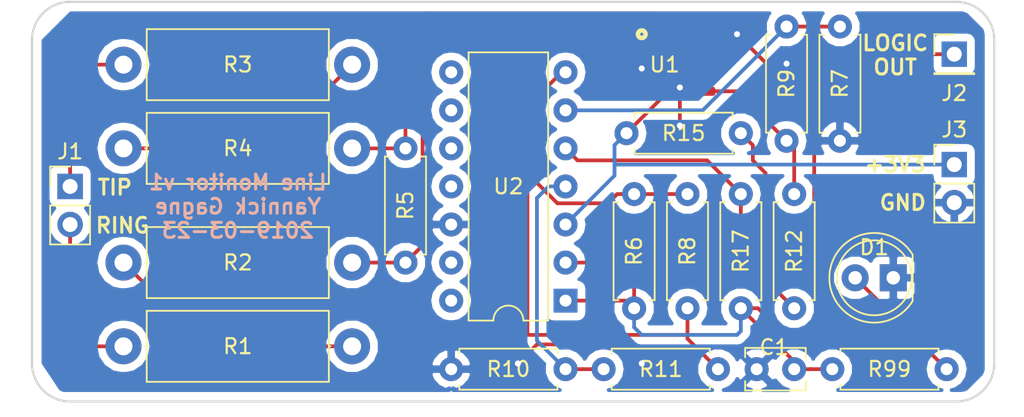
<source format=kicad_pcb>
(kicad_pcb (version 20171130) (host pcbnew 5.0.2-bee76a0~70~ubuntu18.04.1)

  (general
    (thickness 1.6)
    (drawings 14)
    (tracks 120)
    (zones 0)
    (modules 22)
    (nets 18)
  )

  (page A4)
  (layers
    (0 F.Cu signal)
    (31 B.Cu signal)
    (33 F.Adhes user)
    (35 F.Paste user)
    (36 B.SilkS user)
    (37 F.SilkS user)
    (38 B.Mask user)
    (39 F.Mask user)
    (40 Dwgs.User user)
    (41 Cmts.User user)
    (42 Eco1.User user)
    (43 Eco2.User user)
    (44 Edge.Cuts user)
    (45 Margin user)
    (46 B.CrtYd user)
    (47 F.CrtYd user)
    (49 F.Fab user)
  )

  (setup
    (last_trace_width 0.25)
    (trace_clearance 0.2)
    (zone_clearance 0.508)
    (zone_45_only no)
    (trace_min 0.2)
    (segment_width 0.2)
    (edge_width 0.15)
    (via_size 0.8)
    (via_drill 0.4)
    (via_min_size 0.4)
    (via_min_drill 0.3)
    (uvia_size 0.3)
    (uvia_drill 0.1)
    (uvias_allowed no)
    (uvia_min_size 0.2)
    (uvia_min_drill 0.1)
    (pcb_text_width 0.3)
    (pcb_text_size 1.5 1.5)
    (mod_edge_width 0.15)
    (mod_text_size 1 1)
    (mod_text_width 0.15)
    (pad_size 1.524 1.524)
    (pad_drill 0.762)
    (pad_to_mask_clearance 0.051)
    (solder_mask_min_width 0.25)
    (aux_axis_origin 0 0)
    (visible_elements FFFFFF7F)
    (pcbplotparams
      (layerselection 0x010f0_ffffffff)
      (usegerberextensions true)
      (usegerberattributes false)
      (usegerberadvancedattributes false)
      (creategerberjobfile false)
      (excludeedgelayer true)
      (linewidth 0.100000)
      (plotframeref false)
      (viasonmask false)
      (mode 1)
      (useauxorigin false)
      (hpglpennumber 1)
      (hpglpenspeed 20)
      (hpglpendiameter 15.000000)
      (psnegative false)
      (psa4output false)
      (plotreference true)
      (plotvalue true)
      (plotinvisibletext false)
      (padsonsilk false)
      (subtractmaskfromsilk false)
      (outputformat 1)
      (mirror false)
      (drillshape 0)
      (scaleselection 1)
      (outputdirectory "gerbers/"))
  )

  (net 0 "")
  (net 1 GNDREF)
  (net 2 "Net-(R1-Pad1)")
  (net 3 "Net-(R2-Pad1)")
  (net 4 "Net-(R3-Pad1)")
  (net 5 "Net-(R4-Pad1)")
  (net 6 "Net-(R6-Pad2)")
  (net 7 "Net-(R7-Pad1)")
  (net 8 "Net-(R11-Pad1)")
  (net 9 "Net-(R12-Pad2)")
  (net 10 "Net-(R10-Pad1)")
  (net 11 "Net-(R12-Pad1)")
  (net 12 +3V3)
  (net 13 "Net-(U1-Pad2)")
  (net 14 "Net-(D1-Pad2)")
  (net 15 "Net-(C1-Pad1)")
  (net 16 "Net-(J1-Pad1)")
  (net 17 "Net-(J1-Pad2)")

  (net_class Default "This is the default net class."
    (clearance 0.2)
    (trace_width 0.25)
    (via_dia 0.8)
    (via_drill 0.4)
    (uvia_dia 0.3)
    (uvia_drill 0.1)
    (add_net +3V3)
    (add_net GNDREF)
    (add_net "Net-(C1-Pad1)")
    (add_net "Net-(D1-Pad2)")
    (add_net "Net-(J1-Pad1)")
    (add_net "Net-(J1-Pad2)")
    (add_net "Net-(R1-Pad1)")
    (add_net "Net-(R10-Pad1)")
    (add_net "Net-(R11-Pad1)")
    (add_net "Net-(R12-Pad1)")
    (add_net "Net-(R12-Pad2)")
    (add_net "Net-(R2-Pad1)")
    (add_net "Net-(R3-Pad1)")
    (add_net "Net-(R4-Pad1)")
    (add_net "Net-(R6-Pad2)")
    (add_net "Net-(R7-Pad1)")
    (add_net "Net-(U1-Pad2)")
  )

  (module Capacitor_THT:C_Disc_D3.8mm_W2.6mm_P2.50mm (layer F.Cu) (tedit 5AE50EF0) (tstamp 5C8DBD69)
    (at 116.84 110.236 180)
    (descr "C, Disc series, Radial, pin pitch=2.50mm, , diameter*width=3.8*2.6mm^2, Capacitor, http://www.vishay.com/docs/45233/krseries.pdf")
    (tags "C Disc series Radial pin pitch 2.50mm  diameter 3.8mm width 2.6mm Capacitor")
    (path /5C8D0E55)
    (fp_text reference C1 (at 1.3335 1.4605 180) (layer F.SilkS)
      (effects (font (size 1 1) (thickness 0.15)))
    )
    (fp_text value 1nF (at 1.25 2.55 180) (layer F.Fab)
      (effects (font (size 1 1) (thickness 0.15)))
    )
    (fp_line (start -0.65 -1.3) (end -0.65 1.3) (layer F.Fab) (width 0.1))
    (fp_line (start -0.65 1.3) (end 3.15 1.3) (layer F.Fab) (width 0.1))
    (fp_line (start 3.15 1.3) (end 3.15 -1.3) (layer F.Fab) (width 0.1))
    (fp_line (start 3.15 -1.3) (end -0.65 -1.3) (layer F.Fab) (width 0.1))
    (fp_line (start -0.77 -1.42) (end 3.27 -1.42) (layer F.SilkS) (width 0.12))
    (fp_line (start -0.77 1.42) (end 3.27 1.42) (layer F.SilkS) (width 0.12))
    (fp_line (start -0.77 -1.42) (end -0.77 -0.795) (layer F.SilkS) (width 0.12))
    (fp_line (start -0.77 0.795) (end -0.77 1.42) (layer F.SilkS) (width 0.12))
    (fp_line (start 3.27 -1.42) (end 3.27 -0.795) (layer F.SilkS) (width 0.12))
    (fp_line (start 3.27 0.795) (end 3.27 1.42) (layer F.SilkS) (width 0.12))
    (fp_line (start -1.05 -1.55) (end -1.05 1.55) (layer F.CrtYd) (width 0.05))
    (fp_line (start -1.05 1.55) (end 3.55 1.55) (layer F.CrtYd) (width 0.05))
    (fp_line (start 3.55 1.55) (end 3.55 -1.55) (layer F.CrtYd) (width 0.05))
    (fp_line (start 3.55 -1.55) (end -1.05 -1.55) (layer F.CrtYd) (width 0.05))
    (fp_text user %R (at 1.25 0 180) (layer F.Fab)
      (effects (font (size 0.76 0.76) (thickness 0.114)))
    )
    (pad 1 thru_hole circle (at 0 0 180) (size 1.6 1.6) (drill 0.8) (layers *.Cu *.Mask)
      (net 15 "Net-(C1-Pad1)"))
    (pad 2 thru_hole circle (at 2.5 0 180) (size 1.6 1.6) (drill 0.8) (layers *.Cu *.Mask)
      (net 1 GNDREF))
    (model ${KISYS3DMOD}/Capacitor_THT.3dshapes/C_Disc_D3.8mm_W2.6mm_P2.50mm.wrl
      (at (xyz 0 0 0))
      (scale (xyz 1 1 1))
      (rotate (xyz 0 0 0))
    )
  )

  (module Resistor_THT:R_Axial_DIN0414_L11.9mm_D4.5mm_P15.24mm_Horizontal (layer F.Cu) (tedit 5AE5139B) (tstamp 5C8DBD80)
    (at 87.376 108.712 180)
    (descr "Resistor, Axial_DIN0414 series, Axial, Horizontal, pin pitch=15.24mm, 2W, length*diameter=11.9*4.5mm^2, http://www.vishay.com/docs/20128/wkxwrx.pdf")
    (tags "Resistor Axial_DIN0414 series Axial Horizontal pin pitch 15.24mm 2W length 11.9mm diameter 4.5mm")
    (path /5C8D0708)
    (fp_text reference R1 (at 7.62 0 180) (layer F.SilkS)
      (effects (font (size 1 1) (thickness 0.15)))
    )
    (fp_text value 8.06M (at 7.62 3.37 180) (layer F.Fab)
      (effects (font (size 1 1) (thickness 0.15)))
    )
    (fp_line (start 1.67 -2.25) (end 1.67 2.25) (layer F.Fab) (width 0.1))
    (fp_line (start 1.67 2.25) (end 13.57 2.25) (layer F.Fab) (width 0.1))
    (fp_line (start 13.57 2.25) (end 13.57 -2.25) (layer F.Fab) (width 0.1))
    (fp_line (start 13.57 -2.25) (end 1.67 -2.25) (layer F.Fab) (width 0.1))
    (fp_line (start 0 0) (end 1.67 0) (layer F.Fab) (width 0.1))
    (fp_line (start 15.24 0) (end 13.57 0) (layer F.Fab) (width 0.1))
    (fp_line (start 1.55 -2.37) (end 1.55 2.37) (layer F.SilkS) (width 0.12))
    (fp_line (start 1.55 2.37) (end 13.69 2.37) (layer F.SilkS) (width 0.12))
    (fp_line (start 13.69 2.37) (end 13.69 -2.37) (layer F.SilkS) (width 0.12))
    (fp_line (start 13.69 -2.37) (end 1.55 -2.37) (layer F.SilkS) (width 0.12))
    (fp_line (start 1.44 0) (end 1.55 0) (layer F.SilkS) (width 0.12))
    (fp_line (start 13.8 0) (end 13.69 0) (layer F.SilkS) (width 0.12))
    (fp_line (start -1.45 -2.5) (end -1.45 2.5) (layer F.CrtYd) (width 0.05))
    (fp_line (start -1.45 2.5) (end 16.69 2.5) (layer F.CrtYd) (width 0.05))
    (fp_line (start 16.69 2.5) (end 16.69 -2.5) (layer F.CrtYd) (width 0.05))
    (fp_line (start 16.69 -2.5) (end -1.45 -2.5) (layer F.CrtYd) (width 0.05))
    (fp_text user %R (at 7.62 0 180) (layer F.Fab)
      (effects (font (size 1 1) (thickness 0.15)))
    )
    (pad 1 thru_hole circle (at 0 0 180) (size 2.4 2.4) (drill 1.2) (layers *.Cu *.Mask)
      (net 2 "Net-(R1-Pad1)"))
    (pad 2 thru_hole oval (at 15.24 0 180) (size 2.4 2.4) (drill 1.2) (layers *.Cu *.Mask)
      (net 17 "Net-(J1-Pad2)"))
    (model ${KISYS3DMOD}/Resistor_THT.3dshapes/R_Axial_DIN0414_L11.9mm_D4.5mm_P15.24mm_Horizontal.wrl
      (at (xyz 0 0 0))
      (scale (xyz 1 1 1))
      (rotate (xyz 0 0 0))
    )
  )

  (module Resistor_THT:R_Axial_DIN0414_L11.9mm_D4.5mm_P15.24mm_Horizontal (layer F.Cu) (tedit 5AE5139B) (tstamp 5C8DBD97)
    (at 87.376 103.124 180)
    (descr "Resistor, Axial_DIN0414 series, Axial, Horizontal, pin pitch=15.24mm, 2W, length*diameter=11.9*4.5mm^2, http://www.vishay.com/docs/20128/wkxwrx.pdf")
    (tags "Resistor Axial_DIN0414 series Axial Horizontal pin pitch 15.24mm 2W length 11.9mm diameter 4.5mm")
    (path /5C8D0812)
    (fp_text reference R2 (at 7.62 0 180) (layer F.SilkS)
      (effects (font (size 1 1) (thickness 0.15)))
    )
    (fp_text value 8.06M (at 7.62 3.37 270) (layer F.Fab)
      (effects (font (size 1 1) (thickness 0.15)))
    )
    (fp_text user %R (at 7.62 0 180) (layer F.Fab)
      (effects (font (size 1 1) (thickness 0.15)))
    )
    (fp_line (start 16.69 -2.5) (end -1.45 -2.5) (layer F.CrtYd) (width 0.05))
    (fp_line (start 16.69 2.5) (end 16.69 -2.5) (layer F.CrtYd) (width 0.05))
    (fp_line (start -1.45 2.5) (end 16.69 2.5) (layer F.CrtYd) (width 0.05))
    (fp_line (start -1.45 -2.5) (end -1.45 2.5) (layer F.CrtYd) (width 0.05))
    (fp_line (start 13.8 0) (end 13.69 0) (layer F.SilkS) (width 0.12))
    (fp_line (start 1.44 0) (end 1.55 0) (layer F.SilkS) (width 0.12))
    (fp_line (start 13.69 -2.37) (end 1.55 -2.37) (layer F.SilkS) (width 0.12))
    (fp_line (start 13.69 2.37) (end 13.69 -2.37) (layer F.SilkS) (width 0.12))
    (fp_line (start 1.55 2.37) (end 13.69 2.37) (layer F.SilkS) (width 0.12))
    (fp_line (start 1.55 -2.37) (end 1.55 2.37) (layer F.SilkS) (width 0.12))
    (fp_line (start 15.24 0) (end 13.57 0) (layer F.Fab) (width 0.1))
    (fp_line (start 0 0) (end 1.67 0) (layer F.Fab) (width 0.1))
    (fp_line (start 13.57 -2.25) (end 1.67 -2.25) (layer F.Fab) (width 0.1))
    (fp_line (start 13.57 2.25) (end 13.57 -2.25) (layer F.Fab) (width 0.1))
    (fp_line (start 1.67 2.25) (end 13.57 2.25) (layer F.Fab) (width 0.1))
    (fp_line (start 1.67 -2.25) (end 1.67 2.25) (layer F.Fab) (width 0.1))
    (pad 2 thru_hole oval (at 15.24 0 180) (size 2.4 2.4) (drill 1.2) (layers *.Cu *.Mask)
      (net 2 "Net-(R1-Pad1)"))
    (pad 1 thru_hole circle (at 0 0 180) (size 2.4 2.4) (drill 1.2) (layers *.Cu *.Mask)
      (net 3 "Net-(R2-Pad1)"))
    (model ${KISYS3DMOD}/Resistor_THT.3dshapes/R_Axial_DIN0414_L11.9mm_D4.5mm_P15.24mm_Horizontal.wrl
      (at (xyz 0 0 0))
      (scale (xyz 1 1 1))
      (rotate (xyz 0 0 0))
    )
  )

  (module Resistor_THT:R_Axial_DIN0414_L11.9mm_D4.5mm_P15.24mm_Horizontal (layer F.Cu) (tedit 5AE5139B) (tstamp 5C8DBDAE)
    (at 87.376 89.916 180)
    (descr "Resistor, Axial_DIN0414 series, Axial, Horizontal, pin pitch=15.24mm, 2W, length*diameter=11.9*4.5mm^2, http://www.vishay.com/docs/20128/wkxwrx.pdf")
    (tags "Resistor Axial_DIN0414 series Axial Horizontal pin pitch 15.24mm 2W length 11.9mm diameter 4.5mm")
    (path /5C8D0849)
    (fp_text reference R3 (at 7.62 0 180) (layer F.SilkS)
      (effects (font (size 1 1) (thickness 0.15)))
    )
    (fp_text value 8.06M (at 7.62 3.37 180) (layer F.Fab)
      (effects (font (size 1 1) (thickness 0.15)))
    )
    (fp_line (start 1.67 -2.25) (end 1.67 2.25) (layer F.Fab) (width 0.1))
    (fp_line (start 1.67 2.25) (end 13.57 2.25) (layer F.Fab) (width 0.1))
    (fp_line (start 13.57 2.25) (end 13.57 -2.25) (layer F.Fab) (width 0.1))
    (fp_line (start 13.57 -2.25) (end 1.67 -2.25) (layer F.Fab) (width 0.1))
    (fp_line (start 0 0) (end 1.67 0) (layer F.Fab) (width 0.1))
    (fp_line (start 15.24 0) (end 13.57 0) (layer F.Fab) (width 0.1))
    (fp_line (start 1.55 -2.37) (end 1.55 2.37) (layer F.SilkS) (width 0.12))
    (fp_line (start 1.55 2.37) (end 13.69 2.37) (layer F.SilkS) (width 0.12))
    (fp_line (start 13.69 2.37) (end 13.69 -2.37) (layer F.SilkS) (width 0.12))
    (fp_line (start 13.69 -2.37) (end 1.55 -2.37) (layer F.SilkS) (width 0.12))
    (fp_line (start 1.44 0) (end 1.55 0) (layer F.SilkS) (width 0.12))
    (fp_line (start 13.8 0) (end 13.69 0) (layer F.SilkS) (width 0.12))
    (fp_line (start -1.45 -2.5) (end -1.45 2.5) (layer F.CrtYd) (width 0.05))
    (fp_line (start -1.45 2.5) (end 16.69 2.5) (layer F.CrtYd) (width 0.05))
    (fp_line (start 16.69 2.5) (end 16.69 -2.5) (layer F.CrtYd) (width 0.05))
    (fp_line (start 16.69 -2.5) (end -1.45 -2.5) (layer F.CrtYd) (width 0.05))
    (fp_text user %R (at 7.62 0 180) (layer F.Fab)
      (effects (font (size 1 1) (thickness 0.15)))
    )
    (pad 1 thru_hole circle (at 0 0 180) (size 2.4 2.4) (drill 1.2) (layers *.Cu *.Mask)
      (net 4 "Net-(R3-Pad1)"))
    (pad 2 thru_hole oval (at 15.24 0 180) (size 2.4 2.4) (drill 1.2) (layers *.Cu *.Mask)
      (net 16 "Net-(J1-Pad1)"))
    (model ${KISYS3DMOD}/Resistor_THT.3dshapes/R_Axial_DIN0414_L11.9mm_D4.5mm_P15.24mm_Horizontal.wrl
      (at (xyz 0 0 0))
      (scale (xyz 1 1 1))
      (rotate (xyz 0 0 0))
    )
  )

  (module Resistor_THT:R_Axial_DIN0414_L11.9mm_D4.5mm_P15.24mm_Horizontal (layer F.Cu) (tedit 5AE5139B) (tstamp 5C8DBDC5)
    (at 87.376 95.504 180)
    (descr "Resistor, Axial_DIN0414 series, Axial, Horizontal, pin pitch=15.24mm, 2W, length*diameter=11.9*4.5mm^2, http://www.vishay.com/docs/20128/wkxwrx.pdf")
    (tags "Resistor Axial_DIN0414 series Axial Horizontal pin pitch 15.24mm 2W length 11.9mm diameter 4.5mm")
    (path /5C8D0883)
    (fp_text reference R4 (at 7.62 0 180) (layer F.SilkS)
      (effects (font (size 1 1) (thickness 0.15)))
    )
    (fp_text value 8.06M (at 7.62 3.37 180) (layer F.Fab)
      (effects (font (size 1 1) (thickness 0.15)))
    )
    (fp_text user %R (at 7.62 0 180) (layer F.Fab)
      (effects (font (size 1 1) (thickness 0.15)))
    )
    (fp_line (start 16.69 -2.5) (end -1.45 -2.5) (layer F.CrtYd) (width 0.05))
    (fp_line (start 16.69 2.5) (end 16.69 -2.5) (layer F.CrtYd) (width 0.05))
    (fp_line (start -1.45 2.5) (end 16.69 2.5) (layer F.CrtYd) (width 0.05))
    (fp_line (start -1.45 -2.5) (end -1.45 2.5) (layer F.CrtYd) (width 0.05))
    (fp_line (start 13.8 0) (end 13.69 0) (layer F.SilkS) (width 0.12))
    (fp_line (start 1.44 0) (end 1.55 0) (layer F.SilkS) (width 0.12))
    (fp_line (start 13.69 -2.37) (end 1.55 -2.37) (layer F.SilkS) (width 0.12))
    (fp_line (start 13.69 2.37) (end 13.69 -2.37) (layer F.SilkS) (width 0.12))
    (fp_line (start 1.55 2.37) (end 13.69 2.37) (layer F.SilkS) (width 0.12))
    (fp_line (start 1.55 -2.37) (end 1.55 2.37) (layer F.SilkS) (width 0.12))
    (fp_line (start 15.24 0) (end 13.57 0) (layer F.Fab) (width 0.1))
    (fp_line (start 0 0) (end 1.67 0) (layer F.Fab) (width 0.1))
    (fp_line (start 13.57 -2.25) (end 1.67 -2.25) (layer F.Fab) (width 0.1))
    (fp_line (start 13.57 2.25) (end 13.57 -2.25) (layer F.Fab) (width 0.1))
    (fp_line (start 1.67 2.25) (end 13.57 2.25) (layer F.Fab) (width 0.1))
    (fp_line (start 1.67 -2.25) (end 1.67 2.25) (layer F.Fab) (width 0.1))
    (pad 2 thru_hole oval (at 15.24 0 180) (size 2.4 2.4) (drill 1.2) (layers *.Cu *.Mask)
      (net 4 "Net-(R3-Pad1)"))
    (pad 1 thru_hole circle (at 0 0 180) (size 2.4 2.4) (drill 1.2) (layers *.Cu *.Mask)
      (net 5 "Net-(R4-Pad1)"))
    (model ${KISYS3DMOD}/Resistor_THT.3dshapes/R_Axial_DIN0414_L11.9mm_D4.5mm_P15.24mm_Horizontal.wrl
      (at (xyz 0 0 0))
      (scale (xyz 1 1 1))
      (rotate (xyz 0 0 0))
    )
  )

  (module Resistor_THT:R_Axial_DIN0207_L6.3mm_D2.5mm_P7.62mm_Horizontal (layer F.Cu) (tedit 5AE5139B) (tstamp 5C8DBDDC)
    (at 90.932 103.124 90)
    (descr "Resistor, Axial_DIN0207 series, Axial, Horizontal, pin pitch=7.62mm, 0.25W = 1/4W, length*diameter=6.3*2.5mm^2, http://cdn-reichelt.de/documents/datenblatt/B400/1_4W%23YAG.pdf")
    (tags "Resistor Axial_DIN0207 series Axial Horizontal pin pitch 7.62mm 0.25W = 1/4W length 6.3mm diameter 2.5mm")
    (path /5C8D08C0)
    (fp_text reference R5 (at 3.81 0 90) (layer F.SilkS)
      (effects (font (size 1 1) (thickness 0.15)))
    )
    (fp_text value 604K (at 3.81 2.37 90) (layer F.Fab)
      (effects (font (size 1 1) (thickness 0.15)))
    )
    (fp_line (start 0.66 -1.25) (end 0.66 1.25) (layer F.Fab) (width 0.1))
    (fp_line (start 0.66 1.25) (end 6.96 1.25) (layer F.Fab) (width 0.1))
    (fp_line (start 6.96 1.25) (end 6.96 -1.25) (layer F.Fab) (width 0.1))
    (fp_line (start 6.96 -1.25) (end 0.66 -1.25) (layer F.Fab) (width 0.1))
    (fp_line (start 0 0) (end 0.66 0) (layer F.Fab) (width 0.1))
    (fp_line (start 7.62 0) (end 6.96 0) (layer F.Fab) (width 0.1))
    (fp_line (start 0.54 -1.04) (end 0.54 -1.37) (layer F.SilkS) (width 0.12))
    (fp_line (start 0.54 -1.37) (end 7.08 -1.37) (layer F.SilkS) (width 0.12))
    (fp_line (start 7.08 -1.37) (end 7.08 -1.04) (layer F.SilkS) (width 0.12))
    (fp_line (start 0.54 1.04) (end 0.54 1.37) (layer F.SilkS) (width 0.12))
    (fp_line (start 0.54 1.37) (end 7.08 1.37) (layer F.SilkS) (width 0.12))
    (fp_line (start 7.08 1.37) (end 7.08 1.04) (layer F.SilkS) (width 0.12))
    (fp_line (start -1.05 -1.5) (end -1.05 1.5) (layer F.CrtYd) (width 0.05))
    (fp_line (start -1.05 1.5) (end 8.67 1.5) (layer F.CrtYd) (width 0.05))
    (fp_line (start 8.67 1.5) (end 8.67 -1.5) (layer F.CrtYd) (width 0.05))
    (fp_line (start 8.67 -1.5) (end -1.05 -1.5) (layer F.CrtYd) (width 0.05))
    (fp_text user %R (at 3.81 0 90) (layer F.Fab)
      (effects (font (size 1 1) (thickness 0.15)))
    )
    (pad 1 thru_hole circle (at 0 0 90) (size 1.6 1.6) (drill 0.8) (layers *.Cu *.Mask)
      (net 3 "Net-(R2-Pad1)"))
    (pad 2 thru_hole oval (at 7.62 0 90) (size 1.6 1.6) (drill 0.8) (layers *.Cu *.Mask)
      (net 5 "Net-(R4-Pad1)"))
    (model ${KISYS3DMOD}/Resistor_THT.3dshapes/R_Axial_DIN0207_L6.3mm_D2.5mm_P7.62mm_Horizontal.wrl
      (at (xyz 0 0 0))
      (scale (xyz 1 1 1))
      (rotate (xyz 0 0 0))
    )
  )

  (module Resistor_THT:R_Axial_DIN0207_L6.3mm_D2.5mm_P7.62mm_Horizontal (layer F.Cu) (tedit 5AE5139B) (tstamp 5C8DBDF3)
    (at 106.172 106.172 90)
    (descr "Resistor, Axial_DIN0207 series, Axial, Horizontal, pin pitch=7.62mm, 0.25W = 1/4W, length*diameter=6.3*2.5mm^2, http://cdn-reichelt.de/documents/datenblatt/B400/1_4W%23YAG.pdf")
    (tags "Resistor Axial_DIN0207 series Axial Horizontal pin pitch 7.62mm 0.25W = 1/4W length 6.3mm diameter 2.5mm")
    (path /5C8D0B5D)
    (fp_text reference R6 (at 3.81 0 90) (layer F.SilkS)
      (effects (font (size 1 1) (thickness 0.15)))
    )
    (fp_text value 4.7M (at 3.81 2.37 90) (layer F.Fab)
      (effects (font (size 1 1) (thickness 0.15)))
    )
    (fp_text user %R (at 3.81 0 90) (layer F.Fab)
      (effects (font (size 1 1) (thickness 0.15)))
    )
    (fp_line (start 8.67 -1.5) (end -1.05 -1.5) (layer F.CrtYd) (width 0.05))
    (fp_line (start 8.67 1.5) (end 8.67 -1.5) (layer F.CrtYd) (width 0.05))
    (fp_line (start -1.05 1.5) (end 8.67 1.5) (layer F.CrtYd) (width 0.05))
    (fp_line (start -1.05 -1.5) (end -1.05 1.5) (layer F.CrtYd) (width 0.05))
    (fp_line (start 7.08 1.37) (end 7.08 1.04) (layer F.SilkS) (width 0.12))
    (fp_line (start 0.54 1.37) (end 7.08 1.37) (layer F.SilkS) (width 0.12))
    (fp_line (start 0.54 1.04) (end 0.54 1.37) (layer F.SilkS) (width 0.12))
    (fp_line (start 7.08 -1.37) (end 7.08 -1.04) (layer F.SilkS) (width 0.12))
    (fp_line (start 0.54 -1.37) (end 7.08 -1.37) (layer F.SilkS) (width 0.12))
    (fp_line (start 0.54 -1.04) (end 0.54 -1.37) (layer F.SilkS) (width 0.12))
    (fp_line (start 7.62 0) (end 6.96 0) (layer F.Fab) (width 0.1))
    (fp_line (start 0 0) (end 0.66 0) (layer F.Fab) (width 0.1))
    (fp_line (start 6.96 -1.25) (end 0.66 -1.25) (layer F.Fab) (width 0.1))
    (fp_line (start 6.96 1.25) (end 6.96 -1.25) (layer F.Fab) (width 0.1))
    (fp_line (start 0.66 1.25) (end 6.96 1.25) (layer F.Fab) (width 0.1))
    (fp_line (start 0.66 -1.25) (end 0.66 1.25) (layer F.Fab) (width 0.1))
    (pad 2 thru_hole oval (at 7.62 0 90) (size 1.6 1.6) (drill 0.8) (layers *.Cu *.Mask)
      (net 6 "Net-(R6-Pad2)"))
    (pad 1 thru_hole circle (at 0 0 90) (size 1.6 1.6) (drill 0.8) (layers *.Cu *.Mask)
      (net 15 "Net-(C1-Pad1)"))
    (model ${KISYS3DMOD}/Resistor_THT.3dshapes/R_Axial_DIN0207_L6.3mm_D2.5mm_P7.62mm_Horizontal.wrl
      (at (xyz 0 0 0))
      (scale (xyz 1 1 1))
      (rotate (xyz 0 0 0))
    )
  )

  (module Resistor_THT:R_Axial_DIN0207_L6.3mm_D2.5mm_P7.62mm_Horizontal (layer F.Cu) (tedit 5AE5139B) (tstamp 5C8DBE0A)
    (at 119.888 87.376 270)
    (descr "Resistor, Axial_DIN0207 series, Axial, Horizontal, pin pitch=7.62mm, 0.25W = 1/4W, length*diameter=6.3*2.5mm^2, http://cdn-reichelt.de/documents/datenblatt/B400/1_4W%23YAG.pdf")
    (tags "Resistor Axial_DIN0207 series Axial Horizontal pin pitch 7.62mm 0.25W = 1/4W length 6.3mm diameter 2.5mm")
    (path /5C8D0BB2)
    (fp_text reference R7 (at 3.81 0 270) (layer F.SilkS)
      (effects (font (size 1 1) (thickness 0.15)))
    )
    (fp_text value 21K (at 3.81 2.37 270) (layer F.Fab)
      (effects (font (size 1 1) (thickness 0.15)))
    )
    (fp_line (start 0.66 -1.25) (end 0.66 1.25) (layer F.Fab) (width 0.1))
    (fp_line (start 0.66 1.25) (end 6.96 1.25) (layer F.Fab) (width 0.1))
    (fp_line (start 6.96 1.25) (end 6.96 -1.25) (layer F.Fab) (width 0.1))
    (fp_line (start 6.96 -1.25) (end 0.66 -1.25) (layer F.Fab) (width 0.1))
    (fp_line (start 0 0) (end 0.66 0) (layer F.Fab) (width 0.1))
    (fp_line (start 7.62 0) (end 6.96 0) (layer F.Fab) (width 0.1))
    (fp_line (start 0.54 -1.04) (end 0.54 -1.37) (layer F.SilkS) (width 0.12))
    (fp_line (start 0.54 -1.37) (end 7.08 -1.37) (layer F.SilkS) (width 0.12))
    (fp_line (start 7.08 -1.37) (end 7.08 -1.04) (layer F.SilkS) (width 0.12))
    (fp_line (start 0.54 1.04) (end 0.54 1.37) (layer F.SilkS) (width 0.12))
    (fp_line (start 0.54 1.37) (end 7.08 1.37) (layer F.SilkS) (width 0.12))
    (fp_line (start 7.08 1.37) (end 7.08 1.04) (layer F.SilkS) (width 0.12))
    (fp_line (start -1.05 -1.5) (end -1.05 1.5) (layer F.CrtYd) (width 0.05))
    (fp_line (start -1.05 1.5) (end 8.67 1.5) (layer F.CrtYd) (width 0.05))
    (fp_line (start 8.67 1.5) (end 8.67 -1.5) (layer F.CrtYd) (width 0.05))
    (fp_line (start 8.67 -1.5) (end -1.05 -1.5) (layer F.CrtYd) (width 0.05))
    (fp_text user %R (at 3.81 0 270) (layer F.Fab)
      (effects (font (size 1 1) (thickness 0.15)))
    )
    (pad 1 thru_hole circle (at 0 0 270) (size 1.6 1.6) (drill 0.8) (layers *.Cu *.Mask)
      (net 7 "Net-(R7-Pad1)"))
    (pad 2 thru_hole oval (at 7.62 0 270) (size 1.6 1.6) (drill 0.8) (layers *.Cu *.Mask)
      (net 1 GNDREF))
    (model ${KISYS3DMOD}/Resistor_THT.3dshapes/R_Axial_DIN0207_L6.3mm_D2.5mm_P7.62mm_Horizontal.wrl
      (at (xyz 0 0 0))
      (scale (xyz 1 1 1))
      (rotate (xyz 0 0 0))
    )
  )

  (module Resistor_THT:R_Axial_DIN0207_L6.3mm_D2.5mm_P7.62mm_Horizontal (layer F.Cu) (tedit 5AE5139B) (tstamp 5C8DBE21)
    (at 109.728 98.552 270)
    (descr "Resistor, Axial_DIN0207 series, Axial, Horizontal, pin pitch=7.62mm, 0.25W = 1/4W, length*diameter=6.3*2.5mm^2, http://cdn-reichelt.de/documents/datenblatt/B400/1_4W%23YAG.pdf")
    (tags "Resistor Axial_DIN0207 series Axial Horizontal pin pitch 7.62mm 0.25W = 1/4W length 6.3mm diameter 2.5mm")
    (path /5C8D0ABC)
    (fp_text reference R8 (at 3.81 0 270) (layer F.SilkS)
      (effects (font (size 1 1) (thickness 0.15)))
    )
    (fp_text value 20K (at 3.81 2.37 270) (layer F.Fab)
      (effects (font (size 1 1) (thickness 0.15)))
    )
    (fp_text user %R (at 3.81 0 270) (layer F.Fab)
      (effects (font (size 1 1) (thickness 0.15)))
    )
    (fp_line (start 8.67 -1.5) (end -1.05 -1.5) (layer F.CrtYd) (width 0.05))
    (fp_line (start 8.67 1.5) (end 8.67 -1.5) (layer F.CrtYd) (width 0.05))
    (fp_line (start -1.05 1.5) (end 8.67 1.5) (layer F.CrtYd) (width 0.05))
    (fp_line (start -1.05 -1.5) (end -1.05 1.5) (layer F.CrtYd) (width 0.05))
    (fp_line (start 7.08 1.37) (end 7.08 1.04) (layer F.SilkS) (width 0.12))
    (fp_line (start 0.54 1.37) (end 7.08 1.37) (layer F.SilkS) (width 0.12))
    (fp_line (start 0.54 1.04) (end 0.54 1.37) (layer F.SilkS) (width 0.12))
    (fp_line (start 7.08 -1.37) (end 7.08 -1.04) (layer F.SilkS) (width 0.12))
    (fp_line (start 0.54 -1.37) (end 7.08 -1.37) (layer F.SilkS) (width 0.12))
    (fp_line (start 0.54 -1.04) (end 0.54 -1.37) (layer F.SilkS) (width 0.12))
    (fp_line (start 7.62 0) (end 6.96 0) (layer F.Fab) (width 0.1))
    (fp_line (start 0 0) (end 0.66 0) (layer F.Fab) (width 0.1))
    (fp_line (start 6.96 -1.25) (end 0.66 -1.25) (layer F.Fab) (width 0.1))
    (fp_line (start 6.96 1.25) (end 6.96 -1.25) (layer F.Fab) (width 0.1))
    (fp_line (start 0.66 1.25) (end 6.96 1.25) (layer F.Fab) (width 0.1))
    (fp_line (start 0.66 -1.25) (end 0.66 1.25) (layer F.Fab) (width 0.1))
    (pad 2 thru_hole oval (at 7.62 0 270) (size 1.6 1.6) (drill 0.8) (layers *.Cu *.Mask)
      (net 8 "Net-(R11-Pad1)"))
    (pad 1 thru_hole circle (at 0 0 270) (size 1.6 1.6) (drill 0.8) (layers *.Cu *.Mask)
      (net 6 "Net-(R6-Pad2)"))
    (model ${KISYS3DMOD}/Resistor_THT.3dshapes/R_Axial_DIN0207_L6.3mm_D2.5mm_P7.62mm_Horizontal.wrl
      (at (xyz 0 0 0))
      (scale (xyz 1 1 1))
      (rotate (xyz 0 0 0))
    )
  )

  (module Resistor_THT:R_Axial_DIN0207_L6.3mm_D2.5mm_P7.62mm_Horizontal (layer F.Cu) (tedit 5AE5139B) (tstamp 5C92CB21)
    (at 116.332 87.376 270)
    (descr "Resistor, Axial_DIN0207 series, Axial, Horizontal, pin pitch=7.62mm, 0.25W = 1/4W, length*diameter=6.3*2.5mm^2, http://cdn-reichelt.de/documents/datenblatt/B400/1_4W%23YAG.pdf")
    (tags "Resistor Axial_DIN0207 series Axial Horizontal pin pitch 7.62mm 0.25W = 1/4W length 6.3mm diameter 2.5mm")
    (path /5C8D0B0B)
    (fp_text reference R9 (at 3.81 0 270) (layer F.SilkS)
      (effects (font (size 1 1) (thickness 0.15)))
    )
    (fp_text value 499K (at 3.81 2.37 270) (layer F.Fab)
      (effects (font (size 1 1) (thickness 0.15)))
    )
    (fp_line (start 0.66 -1.25) (end 0.66 1.25) (layer F.Fab) (width 0.1))
    (fp_line (start 0.66 1.25) (end 6.96 1.25) (layer F.Fab) (width 0.1))
    (fp_line (start 6.96 1.25) (end 6.96 -1.25) (layer F.Fab) (width 0.1))
    (fp_line (start 6.96 -1.25) (end 0.66 -1.25) (layer F.Fab) (width 0.1))
    (fp_line (start 0 0) (end 0.66 0) (layer F.Fab) (width 0.1))
    (fp_line (start 7.62 0) (end 6.96 0) (layer F.Fab) (width 0.1))
    (fp_line (start 0.54 -1.04) (end 0.54 -1.37) (layer F.SilkS) (width 0.12))
    (fp_line (start 0.54 -1.37) (end 7.08 -1.37) (layer F.SilkS) (width 0.12))
    (fp_line (start 7.08 -1.37) (end 7.08 -1.04) (layer F.SilkS) (width 0.12))
    (fp_line (start 0.54 1.04) (end 0.54 1.37) (layer F.SilkS) (width 0.12))
    (fp_line (start 0.54 1.37) (end 7.08 1.37) (layer F.SilkS) (width 0.12))
    (fp_line (start 7.08 1.37) (end 7.08 1.04) (layer F.SilkS) (width 0.12))
    (fp_line (start -1.05 -1.5) (end -1.05 1.5) (layer F.CrtYd) (width 0.05))
    (fp_line (start -1.05 1.5) (end 8.67 1.5) (layer F.CrtYd) (width 0.05))
    (fp_line (start 8.67 1.5) (end 8.67 -1.5) (layer F.CrtYd) (width 0.05))
    (fp_line (start 8.67 -1.5) (end -1.05 -1.5) (layer F.CrtYd) (width 0.05))
    (fp_text user %R (at 3.81 0 270) (layer F.Fab)
      (effects (font (size 1 1) (thickness 0.15)))
    )
    (pad 1 thru_hole circle (at 0 0 270) (size 1.6 1.6) (drill 0.8) (layers *.Cu *.Mask)
      (net 7 "Net-(R7-Pad1)"))
    (pad 2 thru_hole oval (at 7.62 0 270) (size 1.6 1.6) (drill 0.8) (layers *.Cu *.Mask)
      (net 9 "Net-(R12-Pad2)"))
    (model ${KISYS3DMOD}/Resistor_THT.3dshapes/R_Axial_DIN0207_L6.3mm_D2.5mm_P7.62mm_Horizontal.wrl
      (at (xyz 0 0 0))
      (scale (xyz 1 1 1))
      (rotate (xyz 0 0 0))
    )
  )

  (module Resistor_THT:R_Axial_DIN0207_L6.3mm_D2.5mm_P7.62mm_Horizontal (layer F.Cu) (tedit 5AE5139B) (tstamp 5C8DBE4F)
    (at 101.6 110.236 180)
    (descr "Resistor, Axial_DIN0207 series, Axial, Horizontal, pin pitch=7.62mm, 0.25W = 1/4W, length*diameter=6.3*2.5mm^2, http://cdn-reichelt.de/documents/datenblatt/B400/1_4W%23YAG.pdf")
    (tags "Resistor Axial_DIN0207 series Axial Horizontal pin pitch 7.62mm 0.25W = 1/4W length 6.3mm diameter 2.5mm")
    (path /5C8D0CA2)
    (fp_text reference R10 (at 3.81 0 180) (layer F.SilkS)
      (effects (font (size 1 1) (thickness 0.15)))
    )
    (fp_text value 21K (at 3.81 2.37 180) (layer F.Fab)
      (effects (font (size 1 1) (thickness 0.15)))
    )
    (fp_text user %R (at 3.81 0 180) (layer F.Fab)
      (effects (font (size 1 1) (thickness 0.15)))
    )
    (fp_line (start 8.67 -1.5) (end -1.05 -1.5) (layer F.CrtYd) (width 0.05))
    (fp_line (start 8.67 1.5) (end 8.67 -1.5) (layer F.CrtYd) (width 0.05))
    (fp_line (start -1.05 1.5) (end 8.67 1.5) (layer F.CrtYd) (width 0.05))
    (fp_line (start -1.05 -1.5) (end -1.05 1.5) (layer F.CrtYd) (width 0.05))
    (fp_line (start 7.08 1.37) (end 7.08 1.04) (layer F.SilkS) (width 0.12))
    (fp_line (start 0.54 1.37) (end 7.08 1.37) (layer F.SilkS) (width 0.12))
    (fp_line (start 0.54 1.04) (end 0.54 1.37) (layer F.SilkS) (width 0.12))
    (fp_line (start 7.08 -1.37) (end 7.08 -1.04) (layer F.SilkS) (width 0.12))
    (fp_line (start 0.54 -1.37) (end 7.08 -1.37) (layer F.SilkS) (width 0.12))
    (fp_line (start 0.54 -1.04) (end 0.54 -1.37) (layer F.SilkS) (width 0.12))
    (fp_line (start 7.62 0) (end 6.96 0) (layer F.Fab) (width 0.1))
    (fp_line (start 0 0) (end 0.66 0) (layer F.Fab) (width 0.1))
    (fp_line (start 6.96 -1.25) (end 0.66 -1.25) (layer F.Fab) (width 0.1))
    (fp_line (start 6.96 1.25) (end 6.96 -1.25) (layer F.Fab) (width 0.1))
    (fp_line (start 0.66 1.25) (end 6.96 1.25) (layer F.Fab) (width 0.1))
    (fp_line (start 0.66 -1.25) (end 0.66 1.25) (layer F.Fab) (width 0.1))
    (pad 2 thru_hole oval (at 7.62 0 180) (size 1.6 1.6) (drill 0.8) (layers *.Cu *.Mask)
      (net 1 GNDREF))
    (pad 1 thru_hole circle (at 0 0 180) (size 1.6 1.6) (drill 0.8) (layers *.Cu *.Mask)
      (net 10 "Net-(R10-Pad1)"))
    (model ${KISYS3DMOD}/Resistor_THT.3dshapes/R_Axial_DIN0207_L6.3mm_D2.5mm_P7.62mm_Horizontal.wrl
      (at (xyz 0 0 0))
      (scale (xyz 1 1 1))
      (rotate (xyz 0 0 0))
    )
  )

  (module Resistor_THT:R_Axial_DIN0207_L6.3mm_D2.5mm_P7.62mm_Horizontal (layer F.Cu) (tedit 5AE5139B) (tstamp 5C8DBE66)
    (at 111.76 110.236 180)
    (descr "Resistor, Axial_DIN0207 series, Axial, Horizontal, pin pitch=7.62mm, 0.25W = 1/4W, length*diameter=6.3*2.5mm^2, http://cdn-reichelt.de/documents/datenblatt/B400/1_4W%23YAG.pdf")
    (tags "Resistor Axial_DIN0207 series Axial Horizontal pin pitch 7.62mm 0.25W = 1/4W length 6.3mm diameter 2.5mm")
    (path /5C8D0924)
    (fp_text reference R11 (at 3.81 0 180) (layer F.SilkS)
      (effects (font (size 1 1) (thickness 0.15)))
    )
    (fp_text value 499K (at 3.81 2.37 180) (layer F.Fab)
      (effects (font (size 1 1) (thickness 0.15)))
    )
    (fp_text user %R (at 3.81 0 180) (layer F.Fab)
      (effects (font (size 1 1) (thickness 0.15)))
    )
    (fp_line (start 8.67 -1.5) (end -1.05 -1.5) (layer F.CrtYd) (width 0.05))
    (fp_line (start 8.67 1.5) (end 8.67 -1.5) (layer F.CrtYd) (width 0.05))
    (fp_line (start -1.05 1.5) (end 8.67 1.5) (layer F.CrtYd) (width 0.05))
    (fp_line (start -1.05 -1.5) (end -1.05 1.5) (layer F.CrtYd) (width 0.05))
    (fp_line (start 7.08 1.37) (end 7.08 1.04) (layer F.SilkS) (width 0.12))
    (fp_line (start 0.54 1.37) (end 7.08 1.37) (layer F.SilkS) (width 0.12))
    (fp_line (start 0.54 1.04) (end 0.54 1.37) (layer F.SilkS) (width 0.12))
    (fp_line (start 7.08 -1.37) (end 7.08 -1.04) (layer F.SilkS) (width 0.12))
    (fp_line (start 0.54 -1.37) (end 7.08 -1.37) (layer F.SilkS) (width 0.12))
    (fp_line (start 0.54 -1.04) (end 0.54 -1.37) (layer F.SilkS) (width 0.12))
    (fp_line (start 7.62 0) (end 6.96 0) (layer F.Fab) (width 0.1))
    (fp_line (start 0 0) (end 0.66 0) (layer F.Fab) (width 0.1))
    (fp_line (start 6.96 -1.25) (end 0.66 -1.25) (layer F.Fab) (width 0.1))
    (fp_line (start 6.96 1.25) (end 6.96 -1.25) (layer F.Fab) (width 0.1))
    (fp_line (start 0.66 1.25) (end 6.96 1.25) (layer F.Fab) (width 0.1))
    (fp_line (start 0.66 -1.25) (end 0.66 1.25) (layer F.Fab) (width 0.1))
    (pad 2 thru_hole oval (at 7.62 0 180) (size 1.6 1.6) (drill 0.8) (layers *.Cu *.Mask)
      (net 10 "Net-(R10-Pad1)"))
    (pad 1 thru_hole circle (at 0 0 180) (size 1.6 1.6) (drill 0.8) (layers *.Cu *.Mask)
      (net 8 "Net-(R11-Pad1)"))
    (model ${KISYS3DMOD}/Resistor_THT.3dshapes/R_Axial_DIN0207_L6.3mm_D2.5mm_P7.62mm_Horizontal.wrl
      (at (xyz 0 0 0))
      (scale (xyz 1 1 1))
      (rotate (xyz 0 0 0))
    )
  )

  (module Resistor_THT:R_Axial_DIN0207_L6.3mm_D2.5mm_P7.62mm_Horizontal (layer F.Cu) (tedit 5AE5139B) (tstamp 5C8DBE7D)
    (at 116.84 106.172 90)
    (descr "Resistor, Axial_DIN0207 series, Axial, Horizontal, pin pitch=7.62mm, 0.25W = 1/4W, length*diameter=6.3*2.5mm^2, http://cdn-reichelt.de/documents/datenblatt/B400/1_4W%23YAG.pdf")
    (tags "Resistor Axial_DIN0207 series Axial Horizontal pin pitch 7.62mm 0.25W = 1/4W length 6.3mm diameter 2.5mm")
    (path /5C8D09E1)
    (fp_text reference R12 (at 3.81 0 90) (layer F.SilkS)
      (effects (font (size 1 1) (thickness 0.15)))
    )
    (fp_text value 20K (at 3.81 2.37 90) (layer F.Fab)
      (effects (font (size 1 1) (thickness 0.15)))
    )
    (fp_line (start 0.66 -1.25) (end 0.66 1.25) (layer F.Fab) (width 0.1))
    (fp_line (start 0.66 1.25) (end 6.96 1.25) (layer F.Fab) (width 0.1))
    (fp_line (start 6.96 1.25) (end 6.96 -1.25) (layer F.Fab) (width 0.1))
    (fp_line (start 6.96 -1.25) (end 0.66 -1.25) (layer F.Fab) (width 0.1))
    (fp_line (start 0 0) (end 0.66 0) (layer F.Fab) (width 0.1))
    (fp_line (start 7.62 0) (end 6.96 0) (layer F.Fab) (width 0.1))
    (fp_line (start 0.54 -1.04) (end 0.54 -1.37) (layer F.SilkS) (width 0.12))
    (fp_line (start 0.54 -1.37) (end 7.08 -1.37) (layer F.SilkS) (width 0.12))
    (fp_line (start 7.08 -1.37) (end 7.08 -1.04) (layer F.SilkS) (width 0.12))
    (fp_line (start 0.54 1.04) (end 0.54 1.37) (layer F.SilkS) (width 0.12))
    (fp_line (start 0.54 1.37) (end 7.08 1.37) (layer F.SilkS) (width 0.12))
    (fp_line (start 7.08 1.37) (end 7.08 1.04) (layer F.SilkS) (width 0.12))
    (fp_line (start -1.05 -1.5) (end -1.05 1.5) (layer F.CrtYd) (width 0.05))
    (fp_line (start -1.05 1.5) (end 8.67 1.5) (layer F.CrtYd) (width 0.05))
    (fp_line (start 8.67 1.5) (end 8.67 -1.5) (layer F.CrtYd) (width 0.05))
    (fp_line (start 8.67 -1.5) (end -1.05 -1.5) (layer F.CrtYd) (width 0.05))
    (fp_text user %R (at 3.81 0 90) (layer F.Fab)
      (effects (font (size 1 1) (thickness 0.15)))
    )
    (pad 1 thru_hole circle (at 0 0 90) (size 1.6 1.6) (drill 0.8) (layers *.Cu *.Mask)
      (net 11 "Net-(R12-Pad1)"))
    (pad 2 thru_hole oval (at 7.62 0 90) (size 1.6 1.6) (drill 0.8) (layers *.Cu *.Mask)
      (net 9 "Net-(R12-Pad2)"))
    (model ${KISYS3DMOD}/Resistor_THT.3dshapes/R_Axial_DIN0207_L6.3mm_D2.5mm_P7.62mm_Horizontal.wrl
      (at (xyz 0 0 0))
      (scale (xyz 1 1 1))
      (rotate (xyz 0 0 0))
    )
  )

  (module Resistor_THT:R_Axial_DIN0207_L6.3mm_D2.5mm_P7.62mm_Horizontal (layer F.Cu) (tedit 5AE5139B) (tstamp 5C8DC4BA)
    (at 113.284 94.488 180)
    (descr "Resistor, Axial_DIN0207 series, Axial, Horizontal, pin pitch=7.62mm, 0.25W = 1/4W, length*diameter=6.3*2.5mm^2, http://cdn-reichelt.de/documents/datenblatt/B400/1_4W%23YAG.pdf")
    (tags "Resistor Axial_DIN0207 series Axial Horizontal pin pitch 7.62mm 0.25W = 1/4W length 6.3mm diameter 2.5mm")
    (path /5C8D0A27)
    (fp_text reference R15 (at 3.81 0 180) (layer F.SilkS)
      (effects (font (size 1 1) (thickness 0.15)))
    )
    (fp_text value 10K (at 3.81 2.37 180) (layer F.Fab)
      (effects (font (size 1 1) (thickness 0.15)))
    )
    (fp_text user %R (at 3.81 0 180) (layer F.Fab)
      (effects (font (size 1 1) (thickness 0.15)))
    )
    (fp_line (start 8.67 -1.5) (end -1.05 -1.5) (layer F.CrtYd) (width 0.05))
    (fp_line (start 8.67 1.5) (end 8.67 -1.5) (layer F.CrtYd) (width 0.05))
    (fp_line (start -1.05 1.5) (end 8.67 1.5) (layer F.CrtYd) (width 0.05))
    (fp_line (start -1.05 -1.5) (end -1.05 1.5) (layer F.CrtYd) (width 0.05))
    (fp_line (start 7.08 1.37) (end 7.08 1.04) (layer F.SilkS) (width 0.12))
    (fp_line (start 0.54 1.37) (end 7.08 1.37) (layer F.SilkS) (width 0.12))
    (fp_line (start 0.54 1.04) (end 0.54 1.37) (layer F.SilkS) (width 0.12))
    (fp_line (start 7.08 -1.37) (end 7.08 -1.04) (layer F.SilkS) (width 0.12))
    (fp_line (start 0.54 -1.37) (end 7.08 -1.37) (layer F.SilkS) (width 0.12))
    (fp_line (start 0.54 -1.04) (end 0.54 -1.37) (layer F.SilkS) (width 0.12))
    (fp_line (start 7.62 0) (end 6.96 0) (layer F.Fab) (width 0.1))
    (fp_line (start 0 0) (end 0.66 0) (layer F.Fab) (width 0.1))
    (fp_line (start 6.96 -1.25) (end 0.66 -1.25) (layer F.Fab) (width 0.1))
    (fp_line (start 6.96 1.25) (end 6.96 -1.25) (layer F.Fab) (width 0.1))
    (fp_line (start 0.66 1.25) (end 6.96 1.25) (layer F.Fab) (width 0.1))
    (fp_line (start 0.66 -1.25) (end 0.66 1.25) (layer F.Fab) (width 0.1))
    (pad 2 thru_hole oval (at 7.62 0 180) (size 1.6 1.6) (drill 0.8) (layers *.Cu *.Mask)
      (net 12 +3V3))
    (pad 1 thru_hole circle (at 0 0 180) (size 1.6 1.6) (drill 0.8) (layers *.Cu *.Mask)
      (net 15 "Net-(C1-Pad1)"))
    (model ${KISYS3DMOD}/Resistor_THT.3dshapes/R_Axial_DIN0207_L6.3mm_D2.5mm_P7.62mm_Horizontal.wrl
      (at (xyz 0 0 0))
      (scale (xyz 1 1 1))
      (rotate (xyz 0 0 0))
    )
  )

  (module Resistor_THT:R_Axial_DIN0207_L6.3mm_D2.5mm_P7.62mm_Horizontal (layer F.Cu) (tedit 5AE5139B) (tstamp 5C8DBEAB)
    (at 113.284 106.172 90)
    (descr "Resistor, Axial_DIN0207 series, Axial, Horizontal, pin pitch=7.62mm, 0.25W = 1/4W, length*diameter=6.3*2.5mm^2, http://cdn-reichelt.de/documents/datenblatt/B400/1_4W%23YAG.pdf")
    (tags "Resistor Axial_DIN0207 series Axial Horizontal pin pitch 7.62mm 0.25W = 1/4W length 6.3mm diameter 2.5mm")
    (path /5C8D0A70)
    (fp_text reference R17 (at 3.81 0 90) (layer F.SilkS)
      (effects (font (size 1 1) (thickness 0.15)))
    )
    (fp_text value 4.7M (at 3.81 2.37 90) (layer F.Fab)
      (effects (font (size 1 1) (thickness 0.15)))
    )
    (fp_line (start 0.66 -1.25) (end 0.66 1.25) (layer F.Fab) (width 0.1))
    (fp_line (start 0.66 1.25) (end 6.96 1.25) (layer F.Fab) (width 0.1))
    (fp_line (start 6.96 1.25) (end 6.96 -1.25) (layer F.Fab) (width 0.1))
    (fp_line (start 6.96 -1.25) (end 0.66 -1.25) (layer F.Fab) (width 0.1))
    (fp_line (start 0 0) (end 0.66 0) (layer F.Fab) (width 0.1))
    (fp_line (start 7.62 0) (end 6.96 0) (layer F.Fab) (width 0.1))
    (fp_line (start 0.54 -1.04) (end 0.54 -1.37) (layer F.SilkS) (width 0.12))
    (fp_line (start 0.54 -1.37) (end 7.08 -1.37) (layer F.SilkS) (width 0.12))
    (fp_line (start 7.08 -1.37) (end 7.08 -1.04) (layer F.SilkS) (width 0.12))
    (fp_line (start 0.54 1.04) (end 0.54 1.37) (layer F.SilkS) (width 0.12))
    (fp_line (start 0.54 1.37) (end 7.08 1.37) (layer F.SilkS) (width 0.12))
    (fp_line (start 7.08 1.37) (end 7.08 1.04) (layer F.SilkS) (width 0.12))
    (fp_line (start -1.05 -1.5) (end -1.05 1.5) (layer F.CrtYd) (width 0.05))
    (fp_line (start -1.05 1.5) (end 8.67 1.5) (layer F.CrtYd) (width 0.05))
    (fp_line (start 8.67 1.5) (end 8.67 -1.5) (layer F.CrtYd) (width 0.05))
    (fp_line (start 8.67 -1.5) (end -1.05 -1.5) (layer F.CrtYd) (width 0.05))
    (fp_text user %R (at 3.81 0 90) (layer F.Fab)
      (effects (font (size 1 1) (thickness 0.15)))
    )
    (pad 1 thru_hole circle (at 0 0 90) (size 1.6 1.6) (drill 0.8) (layers *.Cu *.Mask)
      (net 15 "Net-(C1-Pad1)"))
    (pad 2 thru_hole oval (at 7.62 0 90) (size 1.6 1.6) (drill 0.8) (layers *.Cu *.Mask)
      (net 11 "Net-(R12-Pad1)"))
    (model ${KISYS3DMOD}/Resistor_THT.3dshapes/R_Axial_DIN0207_L6.3mm_D2.5mm_P7.62mm_Horizontal.wrl
      (at (xyz 0 0 0))
      (scale (xyz 1 1 1))
      (rotate (xyz 0 0 0))
    )
  )

  (module myparts:CPC5710N (layer F.Cu) (tedit 5C8D0268) (tstamp 5C8DC22E)
    (at 108.204 85.852)
    (path /5C8D041F)
    (attr smd)
    (fp_text reference U1 (at 0 4.064 180) (layer F.SilkS)
      (effects (font (size 1 1) (thickness 0.15)))
    )
    (fp_text value CPC5710N (at 0 0.762) (layer F.Fab)
      (effects (font (size 1 1) (thickness 0.15)))
    )
    (fp_circle (center -1.524 2.032) (end -1.27 2.032) (layer F.SilkS) (width 0.3))
    (pad 1 smd roundrect (at -2.794 2.032) (size 1.524 0.6) (layers F.Cu F.Paste F.Mask) (roundrect_rratio 0.25)
      (net 12 +3V3))
    (pad 2 smd roundrect (at -2.794 3.302) (size 1.524 0.6) (layers F.Cu F.Paste F.Mask) (roundrect_rratio 0.25)
      (net 13 "Net-(U1-Pad2)"))
    (pad 3 smd roundrect (at -2.794 4.572) (size 1.524 0.6) (layers F.Cu F.Paste F.Mask) (roundrect_rratio 0.25)
      (net 1 GNDREF))
    (pad 4 smd roundrect (at -2.794 5.842) (size 1.524 0.6) (layers F.Cu F.Paste F.Mask) (roundrect_rratio 0.25)
      (net 8 "Net-(R11-Pad1)"))
    (pad 5 smd roundrect (at 2.616 5.842) (size 1.524 0.6) (layers F.Cu F.Paste F.Mask) (roundrect_rratio 0.25)
      (net 9 "Net-(R12-Pad2)"))
    (pad 6 smd roundrect (at 2.616 4.572) (size 1.524 0.6) (layers F.Cu F.Paste F.Mask) (roundrect_rratio 0.25)
      (net 3 "Net-(R2-Pad1)"))
    (pad 7 smd roundrect (at 2.616 3.302) (size 1.524 0.6) (layers F.Cu F.Paste F.Mask) (roundrect_rratio 0.25)
      (net 5 "Net-(R4-Pad1)"))
    (pad 8 smd roundrect (at 2.616 2.032) (size 1.524 0.6) (layers F.Cu F.Paste F.Mask) (roundrect_rratio 0.25)
      (net 1 GNDREF))
  )

  (module Package_DIP:DIP-14_W7.62mm (layer F.Cu) (tedit 5A02E8C5) (tstamp 5C965CB3)
    (at 101.6 105.664 180)
    (descr "14-lead though-hole mounted DIP package, row spacing 7.62 mm (300 mils)")
    (tags "THT DIP DIL PDIP 2.54mm 7.62mm 300mil")
    (path /5C8D0587)
    (fp_text reference U2 (at 3.81 7.62 180) (layer F.SilkS)
      (effects (font (size 1 1) (thickness 0.15)))
    )
    (fp_text value LM339 (at 3.81 17.57 180) (layer F.Fab)
      (effects (font (size 1 1) (thickness 0.15)))
    )
    (fp_arc (start 3.81 -1.33) (end 2.81 -1.33) (angle -180) (layer F.SilkS) (width 0.12))
    (fp_line (start 1.635 -1.27) (end 6.985 -1.27) (layer F.Fab) (width 0.1))
    (fp_line (start 6.985 -1.27) (end 6.985 16.51) (layer F.Fab) (width 0.1))
    (fp_line (start 6.985 16.51) (end 0.635 16.51) (layer F.Fab) (width 0.1))
    (fp_line (start 0.635 16.51) (end 0.635 -0.27) (layer F.Fab) (width 0.1))
    (fp_line (start 0.635 -0.27) (end 1.635 -1.27) (layer F.Fab) (width 0.1))
    (fp_line (start 2.81 -1.33) (end 1.16 -1.33) (layer F.SilkS) (width 0.12))
    (fp_line (start 1.16 -1.33) (end 1.16 16.57) (layer F.SilkS) (width 0.12))
    (fp_line (start 1.16 16.57) (end 6.46 16.57) (layer F.SilkS) (width 0.12))
    (fp_line (start 6.46 16.57) (end 6.46 -1.33) (layer F.SilkS) (width 0.12))
    (fp_line (start 6.46 -1.33) (end 4.81 -1.33) (layer F.SilkS) (width 0.12))
    (fp_line (start -1.1 -1.55) (end -1.1 16.8) (layer F.CrtYd) (width 0.05))
    (fp_line (start -1.1 16.8) (end 8.7 16.8) (layer F.CrtYd) (width 0.05))
    (fp_line (start 8.7 16.8) (end 8.7 -1.55) (layer F.CrtYd) (width 0.05))
    (fp_line (start 8.7 -1.55) (end -1.1 -1.55) (layer F.CrtYd) (width 0.05))
    (fp_text user %R (at 3.81 7.62 180) (layer F.Fab)
      (effects (font (size 1 1) (thickness 0.15)))
    )
    (pad 1 thru_hole rect (at 0 0 180) (size 1.6 1.6) (drill 0.8) (layers *.Cu *.Mask)
      (net 15 "Net-(C1-Pad1)"))
    (pad 8 thru_hole oval (at 7.62 15.24 180) (size 1.6 1.6) (drill 0.8) (layers *.Cu *.Mask))
    (pad 2 thru_hole oval (at 0 2.54 180) (size 1.6 1.6) (drill 0.8) (layers *.Cu *.Mask)
      (net 15 "Net-(C1-Pad1)"))
    (pad 9 thru_hole oval (at 7.62 12.7 180) (size 1.6 1.6) (drill 0.8) (layers *.Cu *.Mask))
    (pad 3 thru_hole oval (at 0 5.08 180) (size 1.6 1.6) (drill 0.8) (layers *.Cu *.Mask)
      (net 12 +3V3))
    (pad 10 thru_hole oval (at 7.62 10.16 180) (size 1.6 1.6) (drill 0.8) (layers *.Cu *.Mask))
    (pad 4 thru_hole oval (at 0 7.62 180) (size 1.6 1.6) (drill 0.8) (layers *.Cu *.Mask)
      (net 10 "Net-(R10-Pad1)"))
    (pad 11 thru_hole oval (at 7.62 7.62 180) (size 1.6 1.6) (drill 0.8) (layers *.Cu *.Mask))
    (pad 5 thru_hole oval (at 0 10.16 180) (size 1.6 1.6) (drill 0.8) (layers *.Cu *.Mask)
      (net 11 "Net-(R12-Pad1)"))
    (pad 12 thru_hole oval (at 7.62 5.08 180) (size 1.6 1.6) (drill 0.8) (layers *.Cu *.Mask)
      (net 1 GNDREF))
    (pad 6 thru_hole oval (at 0 12.7 180) (size 1.6 1.6) (drill 0.8) (layers *.Cu *.Mask)
      (net 7 "Net-(R7-Pad1)"))
    (pad 13 thru_hole oval (at 7.62 2.54 180) (size 1.6 1.6) (drill 0.8) (layers *.Cu *.Mask))
    (pad 7 thru_hole oval (at 0 15.24 180) (size 1.6 1.6) (drill 0.8) (layers *.Cu *.Mask)
      (net 6 "Net-(R6-Pad2)"))
    (pad 14 thru_hole oval (at 7.62 0 180) (size 1.6 1.6) (drill 0.8) (layers *.Cu *.Mask))
    (model ${KISYS3DMOD}/Package_DIP.3dshapes/DIP-14_W7.62mm.wrl
      (at (xyz 0 0 0))
      (scale (xyz 1 1 1))
      (rotate (xyz 0 0 0))
    )
  )

  (module LED_THT:LED_D5.0mm_Clear (layer F.Cu) (tedit 5A6C9BC0) (tstamp 5C8D3690)
    (at 123.444 104.14 180)
    (descr "LED, diameter 5.0mm, 2 pins, http://cdn-reichelt.de/documents/datenblatt/A500/LL-504BC2E-009.pdf")
    (tags "LED diameter 5.0mm 2 pins")
    (path /5C8D307B)
    (fp_text reference D1 (at 1.27 2.032 180) (layer F.SilkS)
      (effects (font (size 1 1) (thickness 0.15)))
    )
    (fp_text value LED (at 1.27 3.96 180) (layer F.Fab)
      (effects (font (size 1 1) (thickness 0.15)))
    )
    (fp_text user %R (at 1.25 0 180) (layer F.Fab)
      (effects (font (size 0.8 0.8) (thickness 0.2)))
    )
    (fp_line (start -1.23 -1.469694) (end -1.23 1.469694) (layer F.Fab) (width 0.1))
    (fp_line (start -1.29 -1.545) (end -1.29 1.545) (layer F.SilkS) (width 0.12))
    (fp_line (start -1.95 -3.25) (end -1.95 3.25) (layer F.CrtYd) (width 0.05))
    (fp_line (start -1.95 3.25) (end 4.5 3.25) (layer F.CrtYd) (width 0.05))
    (fp_line (start 4.5 3.25) (end 4.5 -3.25) (layer F.CrtYd) (width 0.05))
    (fp_line (start 4.5 -3.25) (end -1.95 -3.25) (layer F.CrtYd) (width 0.05))
    (fp_circle (center 1.27 0) (end 3.77 0) (layer F.Fab) (width 0.1))
    (fp_circle (center 1.27 0) (end 3.77 0) (layer F.SilkS) (width 0.12))
    (fp_arc (start 1.27 0) (end -1.23 -1.469694) (angle 299.1) (layer F.Fab) (width 0.1))
    (fp_arc (start 1.27 0) (end -1.29 -1.54483) (angle 148.9) (layer F.SilkS) (width 0.12))
    (fp_arc (start 1.27 0) (end -1.29 1.54483) (angle -148.9) (layer F.SilkS) (width 0.12))
    (pad 1 thru_hole rect (at 0 0 180) (size 1.8 1.8) (drill 0.9) (layers *.Cu *.Mask)
      (net 1 GNDREF))
    (pad 2 thru_hole circle (at 2.54 0 180) (size 1.8 1.8) (drill 0.9) (layers *.Cu *.Mask)
      (net 14 "Net-(D1-Pad2)"))
    (model ${KISYS3DMOD}/LED_THT.3dshapes/LED_D5.0mm_Clear.wrl
      (at (xyz 0 0 0))
      (scale (xyz 1 1 1))
      (rotate (xyz 0 0 0))
    )
  )

  (module Resistor_THT:R_Axial_DIN0207_L6.3mm_D2.5mm_P7.62mm_Horizontal (layer F.Cu) (tedit 5AE5139B) (tstamp 5C8D3761)
    (at 119.38 110.236)
    (descr "Resistor, Axial_DIN0207 series, Axial, Horizontal, pin pitch=7.62mm, 0.25W = 1/4W, length*diameter=6.3*2.5mm^2, http://cdn-reichelt.de/documents/datenblatt/B400/1_4W%23YAG.pdf")
    (tags "Resistor Axial_DIN0207 series Axial Horizontal pin pitch 7.62mm 0.25W = 1/4W length 6.3mm diameter 2.5mm")
    (path /5C8D3256)
    (fp_text reference R99 (at 3.81 0) (layer F.SilkS)
      (effects (font (size 1 1) (thickness 0.15)))
    )
    (fp_text value 68 (at 3.81 2.37) (layer F.Fab)
      (effects (font (size 1 1) (thickness 0.15)))
    )
    (fp_line (start 0.66 -1.25) (end 0.66 1.25) (layer F.Fab) (width 0.1))
    (fp_line (start 0.66 1.25) (end 6.96 1.25) (layer F.Fab) (width 0.1))
    (fp_line (start 6.96 1.25) (end 6.96 -1.25) (layer F.Fab) (width 0.1))
    (fp_line (start 6.96 -1.25) (end 0.66 -1.25) (layer F.Fab) (width 0.1))
    (fp_line (start 0 0) (end 0.66 0) (layer F.Fab) (width 0.1))
    (fp_line (start 7.62 0) (end 6.96 0) (layer F.Fab) (width 0.1))
    (fp_line (start 0.54 -1.04) (end 0.54 -1.37) (layer F.SilkS) (width 0.12))
    (fp_line (start 0.54 -1.37) (end 7.08 -1.37) (layer F.SilkS) (width 0.12))
    (fp_line (start 7.08 -1.37) (end 7.08 -1.04) (layer F.SilkS) (width 0.12))
    (fp_line (start 0.54 1.04) (end 0.54 1.37) (layer F.SilkS) (width 0.12))
    (fp_line (start 0.54 1.37) (end 7.08 1.37) (layer F.SilkS) (width 0.12))
    (fp_line (start 7.08 1.37) (end 7.08 1.04) (layer F.SilkS) (width 0.12))
    (fp_line (start -1.05 -1.5) (end -1.05 1.5) (layer F.CrtYd) (width 0.05))
    (fp_line (start -1.05 1.5) (end 8.67 1.5) (layer F.CrtYd) (width 0.05))
    (fp_line (start 8.67 1.5) (end 8.67 -1.5) (layer F.CrtYd) (width 0.05))
    (fp_line (start 8.67 -1.5) (end -1.05 -1.5) (layer F.CrtYd) (width 0.05))
    (fp_text user %R (at 3.81 0) (layer F.Fab)
      (effects (font (size 1 1) (thickness 0.15)))
    )
    (pad 1 thru_hole circle (at 0 0) (size 1.6 1.6) (drill 0.8) (layers *.Cu *.Mask)
      (net 15 "Net-(C1-Pad1)"))
    (pad 2 thru_hole oval (at 7.62 0) (size 1.6 1.6) (drill 0.8) (layers *.Cu *.Mask)
      (net 14 "Net-(D1-Pad2)"))
    (model ${KISYS3DMOD}/Resistor_THT.3dshapes/R_Axial_DIN0207_L6.3mm_D2.5mm_P7.62mm_Horizontal.wrl
      (at (xyz 0 0 0))
      (scale (xyz 1 1 1))
      (rotate (xyz 0 0 0))
    )
  )

  (module Connector_PinHeader_2.54mm:PinHeader_1x01_P2.54mm_Vertical (layer F.Cu) (tedit 59FED5CC) (tstamp 5C9C4498)
    (at 127.508 89.2175)
    (descr "Through hole straight pin header, 1x01, 2.54mm pitch, single row")
    (tags "Through hole pin header THT 1x01 2.54mm single row")
    (path /5C971683)
    (fp_text reference J2 (at 0 2.6035) (layer F.SilkS)
      (effects (font (size 1 1) (thickness 0.15)))
    )
    (fp_text value Conn_01x01 (at 0 2.33) (layer F.Fab)
      (effects (font (size 1 1) (thickness 0.15)))
    )
    (fp_line (start -0.635 -1.27) (end 1.27 -1.27) (layer F.Fab) (width 0.1))
    (fp_line (start 1.27 -1.27) (end 1.27 1.27) (layer F.Fab) (width 0.1))
    (fp_line (start 1.27 1.27) (end -1.27 1.27) (layer F.Fab) (width 0.1))
    (fp_line (start -1.27 1.27) (end -1.27 -0.635) (layer F.Fab) (width 0.1))
    (fp_line (start -1.27 -0.635) (end -0.635 -1.27) (layer F.Fab) (width 0.1))
    (fp_line (start -1.33 1.33) (end 1.33 1.33) (layer F.SilkS) (width 0.12))
    (fp_line (start -1.33 1.27) (end -1.33 1.33) (layer F.SilkS) (width 0.12))
    (fp_line (start 1.33 1.27) (end 1.33 1.33) (layer F.SilkS) (width 0.12))
    (fp_line (start -1.33 1.27) (end 1.33 1.27) (layer F.SilkS) (width 0.12))
    (fp_line (start -1.33 0) (end -1.33 -1.33) (layer F.SilkS) (width 0.12))
    (fp_line (start -1.33 -1.33) (end 0 -1.33) (layer F.SilkS) (width 0.12))
    (fp_line (start -1.8 -1.8) (end -1.8 1.8) (layer F.CrtYd) (width 0.05))
    (fp_line (start -1.8 1.8) (end 1.8 1.8) (layer F.CrtYd) (width 0.05))
    (fp_line (start 1.8 1.8) (end 1.8 -1.8) (layer F.CrtYd) (width 0.05))
    (fp_line (start 1.8 -1.8) (end -1.8 -1.8) (layer F.CrtYd) (width 0.05))
    (fp_text user %R (at 0 0 90) (layer F.Fab)
      (effects (font (size 1 1) (thickness 0.15)))
    )
    (pad 1 thru_hole rect (at 0 0) (size 1.7 1.7) (drill 1) (layers *.Cu *.Mask)
      (net 15 "Net-(C1-Pad1)"))
    (model ${KISYS3DMOD}/Connector_PinHeader_2.54mm.3dshapes/PinHeader_1x01_P2.54mm_Vertical.wrl
      (at (xyz 0 0 0))
      (scale (xyz 1 1 1))
      (rotate (xyz 0 0 0))
    )
  )

  (module Connector_PinHeader_2.54mm:PinHeader_1x02_P2.54mm_Vertical (layer F.Cu) (tedit 59FED5CC) (tstamp 5C9C4594)
    (at 68.58 98.044)
    (descr "Through hole straight pin header, 1x02, 2.54mm pitch, single row")
    (tags "Through hole pin header THT 1x02 2.54mm single row")
    (path /5C91D7C0)
    (fp_text reference J1 (at 0 -2.33) (layer F.SilkS)
      (effects (font (size 1 1) (thickness 0.15)))
    )
    (fp_text value Conn_01x02 (at 0 4.87) (layer F.Fab)
      (effects (font (size 1 1) (thickness 0.15)))
    )
    (fp_line (start -0.635 -1.27) (end 1.27 -1.27) (layer F.Fab) (width 0.1))
    (fp_line (start 1.27 -1.27) (end 1.27 3.81) (layer F.Fab) (width 0.1))
    (fp_line (start 1.27 3.81) (end -1.27 3.81) (layer F.Fab) (width 0.1))
    (fp_line (start -1.27 3.81) (end -1.27 -0.635) (layer F.Fab) (width 0.1))
    (fp_line (start -1.27 -0.635) (end -0.635 -1.27) (layer F.Fab) (width 0.1))
    (fp_line (start -1.33 3.87) (end 1.33 3.87) (layer F.SilkS) (width 0.12))
    (fp_line (start -1.33 1.27) (end -1.33 3.87) (layer F.SilkS) (width 0.12))
    (fp_line (start 1.33 1.27) (end 1.33 3.87) (layer F.SilkS) (width 0.12))
    (fp_line (start -1.33 1.27) (end 1.33 1.27) (layer F.SilkS) (width 0.12))
    (fp_line (start -1.33 0) (end -1.33 -1.33) (layer F.SilkS) (width 0.12))
    (fp_line (start -1.33 -1.33) (end 0 -1.33) (layer F.SilkS) (width 0.12))
    (fp_line (start -1.8 -1.8) (end -1.8 4.35) (layer F.CrtYd) (width 0.05))
    (fp_line (start -1.8 4.35) (end 1.8 4.35) (layer F.CrtYd) (width 0.05))
    (fp_line (start 1.8 4.35) (end 1.8 -1.8) (layer F.CrtYd) (width 0.05))
    (fp_line (start 1.8 -1.8) (end -1.8 -1.8) (layer F.CrtYd) (width 0.05))
    (fp_text user %R (at 0 1.27 90) (layer F.Fab)
      (effects (font (size 1 1) (thickness 0.15)))
    )
    (pad 1 thru_hole rect (at 0 0) (size 1.7 1.7) (drill 1) (layers *.Cu *.Mask)
      (net 16 "Net-(J1-Pad1)"))
    (pad 2 thru_hole oval (at 0 2.54) (size 1.7 1.7) (drill 1) (layers *.Cu *.Mask)
      (net 17 "Net-(J1-Pad2)"))
    (model ${KISYS3DMOD}/Connector_PinHeader_2.54mm.3dshapes/PinHeader_1x02_P2.54mm_Vertical.wrl
      (at (xyz 0 0 0))
      (scale (xyz 1 1 1))
      (rotate (xyz 0 0 0))
    )
  )

  (module Connector_PinHeader_2.54mm:PinHeader_1x02_P2.54mm_Vertical (layer F.Cu) (tedit 59FED5CC) (tstamp 5C9C45AA)
    (at 127.508 96.5835)
    (descr "Through hole straight pin header, 1x02, 2.54mm pitch, single row")
    (tags "Through hole pin header THT 1x02 2.54mm single row")
    (path /5C96831F)
    (fp_text reference J3 (at 0 -2.33) (layer F.SilkS)
      (effects (font (size 1 1) (thickness 0.15)))
    )
    (fp_text value Conn_01x02 (at 0 4.87) (layer F.Fab)
      (effects (font (size 1 1) (thickness 0.15)))
    )
    (fp_text user %R (at 0 1.27 90) (layer F.Fab)
      (effects (font (size 1 1) (thickness 0.15)))
    )
    (fp_line (start 1.8 -1.8) (end -1.8 -1.8) (layer F.CrtYd) (width 0.05))
    (fp_line (start 1.8 4.35) (end 1.8 -1.8) (layer F.CrtYd) (width 0.05))
    (fp_line (start -1.8 4.35) (end 1.8 4.35) (layer F.CrtYd) (width 0.05))
    (fp_line (start -1.8 -1.8) (end -1.8 4.35) (layer F.CrtYd) (width 0.05))
    (fp_line (start -1.33 -1.33) (end 0 -1.33) (layer F.SilkS) (width 0.12))
    (fp_line (start -1.33 0) (end -1.33 -1.33) (layer F.SilkS) (width 0.12))
    (fp_line (start -1.33 1.27) (end 1.33 1.27) (layer F.SilkS) (width 0.12))
    (fp_line (start 1.33 1.27) (end 1.33 3.87) (layer F.SilkS) (width 0.12))
    (fp_line (start -1.33 1.27) (end -1.33 3.87) (layer F.SilkS) (width 0.12))
    (fp_line (start -1.33 3.87) (end 1.33 3.87) (layer F.SilkS) (width 0.12))
    (fp_line (start -1.27 -0.635) (end -0.635 -1.27) (layer F.Fab) (width 0.1))
    (fp_line (start -1.27 3.81) (end -1.27 -0.635) (layer F.Fab) (width 0.1))
    (fp_line (start 1.27 3.81) (end -1.27 3.81) (layer F.Fab) (width 0.1))
    (fp_line (start 1.27 -1.27) (end 1.27 3.81) (layer F.Fab) (width 0.1))
    (fp_line (start -0.635 -1.27) (end 1.27 -1.27) (layer F.Fab) (width 0.1))
    (pad 2 thru_hole oval (at 0 2.54) (size 1.7 1.7) (drill 1) (layers *.Cu *.Mask)
      (net 1 GNDREF))
    (pad 1 thru_hole rect (at 0 0) (size 1.7 1.7) (drill 1) (layers *.Cu *.Mask)
      (net 12 +3V3))
    (model ${KISYS3DMOD}/Connector_PinHeader_2.54mm.3dshapes/PinHeader_1x02_P2.54mm_Vertical.wrl
      (at (xyz 0 0 0))
      (scale (xyz 1 1 1))
      (rotate (xyz 0 0 0))
    )
  )

  (gr_text "Line Monitor v1\nYannick Gagne\n2019-03-23" (at 79.756 99.3775) (layer B.SilkS)
    (effects (font (size 1 1) (thickness 0.2)) (justify mirror))
  )
  (gr_text "LOGIC\nOUT" (at 123.571 89.281) (layer F.SilkS)
    (effects (font (size 1 1) (thickness 0.2)))
  )
  (gr_text +3V3 (at 123.571 96.5835) (layer F.SilkS)
    (effects (font (size 1 1) (thickness 0.2)))
  )
  (gr_text GND (at 124.079 99.1235) (layer F.SilkS)
    (effects (font (size 1 1) (thickness 0.2)))
  )
  (gr_text RING (at 72.0725 100.6475) (layer F.SilkS)
    (effects (font (size 1 1) (thickness 0.2)))
  )
  (gr_text TIP (at 71.5645 98.1075) (layer F.SilkS)
    (effects (font (size 1 1) (thickness 0.2)))
  )
  (gr_line (start 68.58 112.395) (end 127.635 112.395) (layer Edge.Cuts) (width 0.15))
  (gr_line (start 127.635 85.725) (end 68.58 85.725) (layer Edge.Cuts) (width 0.15))
  (gr_line (start 130.175 88.265) (end 130.175 109.855) (layer Edge.Cuts) (width 0.15))
  (gr_arc (start 127.635 109.855) (end 127.635 112.395) (angle -90) (layer Edge.Cuts) (width 0.15) (tstamp 5C9659AA))
  (gr_arc (start 127.635 88.265) (end 130.175 88.265) (angle -90) (layer Edge.Cuts) (width 0.15) (tstamp 5C9659AA))
  (gr_line (start 66.04 88.265) (end 66.04 109.855) (layer Edge.Cuts) (width 0.15))
  (gr_arc (start 68.58 109.855) (end 66.04 109.855) (angle -90) (layer Edge.Cuts) (width 0.15) (tstamp 5C965961))
  (gr_arc (start 68.58 88.265) (end 68.58 85.725) (angle -90) (layer Edge.Cuts) (width 0.15))

  (via (at 106.68 90.17) (size 0.8) (drill 0.4) (layers F.Cu B.Cu) (net 1))
  (segment (start 106.426 90.424) (end 106.68 90.17) (width 0.25) (layer F.Cu) (net 1))
  (segment (start 105.41 90.424) (end 106.426 90.424) (width 0.25) (layer F.Cu) (net 1))
  (via (at 109.22 91.44) (size 0.8) (drill 0.4) (layers F.Cu B.Cu) (net 1))
  (via (at 109.22 93.98) (size 0.8) (drill 0.4) (layers F.Cu B.Cu) (net 1) (tstamp 5C966908))
  (via (at 106.68 109.855) (size 0.8) (drill 0.4) (layers F.Cu B.Cu) (net 1))
  (via (at 98.425 109.855) (size 0.8) (drill 0.4) (layers F.Cu B.Cu) (net 1))
  (segment (start 105.41 108.585) (end 106.68 109.855) (width 0.25) (layer F.Cu) (net 1))
  (segment (start 98.425 109.855) (end 99.695 108.585) (width 0.25) (layer F.Cu) (net 1))
  (segment (start 99.695 108.585) (end 105.41 108.585) (width 0.25) (layer F.Cu) (net 1))
  (via (at 113.03 87.884) (size 0.8) (drill 0.4) (layers F.Cu B.Cu) (net 1))
  (via (at 116.332 89.8525) (size 0.8) (drill 0.4) (layers F.Cu B.Cu) (net 1))
  (segment (start 113.03 87.884) (end 110.82 87.884) (width 0.25) (layer F.Cu) (net 1))
  (segment (start 114.9985 89.8525) (end 116.332 89.8525) (width 0.25) (layer F.Cu) (net 1))
  (segment (start 113.03 87.884) (end 114.9985 89.8525) (width 0.25) (layer F.Cu) (net 1))
  (segment (start 109.22 92.005685) (end 109.22 93.98) (width 0.25) (layer F.Cu) (net 1))
  (segment (start 109.22 91.44) (end 109.22 92.005685) (width 0.25) (layer F.Cu) (net 1))
  (segment (start 77.724 108.712) (end 87.376 108.712) (width 0.25) (layer F.Cu) (net 2))
  (segment (start 72.136 103.124) (end 77.724 108.712) (width 0.25) (layer F.Cu) (net 2))
  (segment (start 87.376 103.124) (end 90.932 103.124) (width 0.25) (layer F.Cu) (net 3))
  (segment (start 108.839 90.424) (end 110.82 90.424) (width 0.25) (layer F.Cu) (net 3))
  (segment (start 108.400009 89.985009) (end 108.839 90.424) (width 0.25) (layer F.Cu) (net 3))
  (segment (start 92.075 101.981) (end 92.075 87.63) (width 0.25) (layer F.Cu) (net 3))
  (segment (start 90.932 103.124) (end 92.075 101.981) (width 0.25) (layer F.Cu) (net 3))
  (segment (start 92.075 87.63) (end 92.71 86.995) (width 0.25) (layer F.Cu) (net 3))
  (segment (start 92.71 86.995) (end 107.31641 86.995) (width 0.25) (layer F.Cu) (net 3))
  (segment (start 107.31641 86.995) (end 108.400009 88.078599) (width 0.25) (layer F.Cu) (net 3))
  (segment (start 108.400009 88.078599) (end 108.400009 89.985009) (width 0.25) (layer F.Cu) (net 3))
  (segment (start 81.788 95.504) (end 72.136 95.504) (width 0.25) (layer F.Cu) (net 4))
  (segment (start 87.376 89.916) (end 81.788 95.504) (width 0.25) (layer F.Cu) (net 4))
  (segment (start 87.376 95.504) (end 90.932 95.504) (width 0.25) (layer F.Cu) (net 5))
  (segment (start 108.850019 89.154) (end 110.82 89.154) (width 0.25) (layer F.Cu) (net 5))
  (segment (start 108.850019 87.892199) (end 108.850019 89.154) (width 0.25) (layer F.Cu) (net 5))
  (segment (start 107.44482 86.487) (end 108.850019 87.892199) (width 0.25) (layer F.Cu) (net 5))
  (segment (start 92.202 86.487) (end 107.44482 86.487) (width 0.25) (layer F.Cu) (net 5))
  (segment (start 90.932 95.504) (end 90.932 87.757) (width 0.25) (layer F.Cu) (net 5))
  (segment (start 90.932 87.757) (end 92.202 86.487) (width 0.25) (layer F.Cu) (net 5))
  (segment (start 107.30337 98.552) (end 109.728 98.552) (width 0.25) (layer F.Cu) (net 6))
  (segment (start 106.172 98.552) (end 107.30337 98.552) (width 0.25) (layer F.Cu) (net 6))
  (segment (start 105.04063 98.552) (end 106.172 98.552) (width 0.25) (layer F.Cu) (net 6))
  (segment (start 99.695 92.075) (end 99.695 97.804002) (width 0.25) (layer F.Cu) (net 6))
  (segment (start 101.346 90.424) (end 99.695 92.075) (width 0.25) (layer F.Cu) (net 6))
  (segment (start 104.423629 99.169001) (end 105.04063 98.552) (width 0.25) (layer F.Cu) (net 6))
  (segment (start 101.6 90.424) (end 101.346 90.424) (width 0.25) (layer F.Cu) (net 6))
  (segment (start 99.695 97.804002) (end 101.059999 99.169001) (width 0.25) (layer F.Cu) (net 6))
  (segment (start 101.059999 99.169001) (end 104.423629 99.169001) (width 0.25) (layer F.Cu) (net 6))
  (segment (start 118.75663 87.376) (end 116.332 87.376) (width 0.25) (layer F.Cu) (net 7))
  (segment (start 119.888 87.376) (end 118.75663 87.376) (width 0.25) (layer F.Cu) (net 7))
  (segment (start 110.744 92.964) (end 116.332 87.376) (width 0.25) (layer B.Cu) (net 7))
  (segment (start 101.6 92.964) (end 110.744 92.964) (width 0.25) (layer B.Cu) (net 7))
  (segment (start 109.728 108.204) (end 111.76 110.236) (width 0.25) (layer F.Cu) (net 8))
  (segment (start 99.06 88.265) (end 99.06 107.95) (width 0.25) (layer F.Cu) (net 8))
  (segment (start 109.728 107.95) (end 109.728 108.204) (width 0.25) (layer F.Cu) (net 8))
  (segment (start 109.728 106.172) (end 109.728 107.95) (width 0.25) (layer F.Cu) (net 8))
  (segment (start 103.505 88.265) (end 99.06 88.265) (width 0.25) (layer F.Cu) (net 8))
  (segment (start 99.06 107.95) (end 109.728 107.95) (width 0.25) (layer F.Cu) (net 8))
  (segment (start 105.41 91.694) (end 104.394 91.694) (width 0.25) (layer F.Cu) (net 8))
  (segment (start 104.394 91.694) (end 103.505 90.805) (width 0.25) (layer F.Cu) (net 8))
  (segment (start 103.505 90.805) (end 103.505 88.265) (width 0.25) (layer F.Cu) (net 8))
  (segment (start 116.84 95.504) (end 116.332 94.996) (width 0.25) (layer F.Cu) (net 9))
  (segment (start 116.84 98.552) (end 116.84 95.504) (width 0.25) (layer F.Cu) (net 9))
  (segment (start 113.03 91.694) (end 116.332 94.996) (width 0.25) (layer F.Cu) (net 9))
  (segment (start 110.82 91.694) (end 113.03 91.694) (width 0.25) (layer F.Cu) (net 9))
  (segment (start 102.73137 110.236) (end 104.14 110.236) (width 0.25) (layer F.Cu) (net 10))
  (segment (start 101.6 110.236) (end 102.73137 110.236) (width 0.25) (layer F.Cu) (net 10))
  (segment (start 99.695 108.331) (end 101.6 110.236) (width 0.25) (layer B.Cu) (net 10))
  (segment (start 99.695 98.81763) (end 99.695 108.331) (width 0.25) (layer B.Cu) (net 10))
  (segment (start 101.6 98.044) (end 100.46863 98.044) (width 0.25) (layer B.Cu) (net 10))
  (segment (start 100.46863 98.044) (end 99.695 98.81763) (width 0.25) (layer B.Cu) (net 10))
  (segment (start 113.284 102.616) (end 116.84 106.172) (width 0.25) (layer F.Cu) (net 11))
  (segment (start 113.284 98.552) (end 113.284 102.616) (width 0.25) (layer F.Cu) (net 11))
  (segment (start 112.484001 97.752001) (end 113.284 98.552) (width 0.25) (layer F.Cu) (net 11))
  (segment (start 111.035999 96.303999) (end 112.484001 97.752001) (width 0.25) (layer F.Cu) (net 11))
  (segment (start 102.399999 96.303999) (end 111.035999 96.303999) (width 0.25) (layer F.Cu) (net 11))
  (segment (start 101.6 95.504) (end 102.399999 96.303999) (width 0.25) (layer F.Cu) (net 11))
  (segment (start 104.864001 97.319999) (end 102.399999 99.784001) (width 0.25) (layer B.Cu) (net 12))
  (segment (start 102.399999 99.784001) (end 101.6 100.584) (width 0.25) (layer B.Cu) (net 12))
  (segment (start 105.664 94.488) (end 104.864001 95.287999) (width 0.25) (layer B.Cu) (net 12))
  (segment (start 105.41 87.884) (end 107.569 87.884) (width 0.25) (layer F.Cu) (net 12))
  (segment (start 107.95 88.265) (end 107.569 87.884) (width 0.25) (layer F.Cu) (net 12))
  (segment (start 107.95 92.202) (end 105.664 94.488) (width 0.25) (layer F.Cu) (net 12))
  (segment (start 107.95 88.265) (end 107.95 92.202) (width 0.25) (layer F.Cu) (net 12))
  (segment (start 104.864001 96.5835) (end 104.864001 97.319999) (width 0.25) (layer B.Cu) (net 12))
  (segment (start 104.864001 96.5835) (end 127.508 96.5835) (width 0.25) (layer B.Cu) (net 12))
  (segment (start 104.864001 95.287999) (end 104.864001 96.5835) (width 0.25) (layer B.Cu) (net 12))
  (segment (start 126.200001 109.436001) (end 120.904 104.14) (width 0.25) (layer F.Cu) (net 14))
  (segment (start 127 110.236) (end 126.200001 109.436001) (width 0.25) (layer F.Cu) (net 14))
  (segment (start 105.664 105.664) (end 106.172 106.172) (width 0.25) (layer F.Cu) (net 15))
  (segment (start 101.6 105.664) (end 105.664 105.664) (width 0.25) (layer F.Cu) (net 15))
  (segment (start 106.172 106.172) (end 106.172 103.632) (width 0.25) (layer F.Cu) (net 15))
  (segment (start 105.664 103.124) (end 101.6 103.124) (width 0.25) (layer F.Cu) (net 15))
  (segment (start 106.172 103.632) (end 105.664 103.124) (width 0.25) (layer F.Cu) (net 15))
  (segment (start 116.84 109.728) (end 116.84 110.236) (width 0.25) (layer F.Cu) (net 15))
  (segment (start 113.284 106.172) (end 116.84 109.728) (width 0.25) (layer F.Cu) (net 15))
  (segment (start 117.97137 110.236) (end 119.38 110.236) (width 0.25) (layer F.Cu) (net 15))
  (segment (start 116.84 110.236) (end 117.97137 110.236) (width 0.25) (layer F.Cu) (net 15))
  (segment (start 114.083999 95.287999) (end 114.083999 96.303999) (width 0.25) (layer F.Cu) (net 15))
  (segment (start 113.284 94.488) (end 114.083999 95.287999) (width 0.25) (layer F.Cu) (net 15))
  (segment (start 114.083999 96.303999) (end 114.935 97.155) (width 0.25) (layer F.Cu) (net 15))
  (segment (start 114.935 97.155) (end 114.935 100.33) (width 0.25) (layer F.Cu) (net 15))
  (segment (start 114.427 106.172) (end 113.284 106.172) (width 0.25) (layer F.Cu) (net 15))
  (segment (start 118.745 100.33) (end 118.745 107.95) (width 0.25) (layer F.Cu) (net 15))
  (segment (start 116.205 107.95) (end 114.427 106.172) (width 0.25) (layer F.Cu) (net 15))
  (segment (start 118.745 107.95) (end 116.205 107.95) (width 0.25) (layer F.Cu) (net 15))
  (segment (start 106.172 106.172) (end 106.172 107.442) (width 0.25) (layer B.Cu) (net 15))
  (segment (start 106.172 107.442) (end 106.68 107.95) (width 0.25) (layer B.Cu) (net 15))
  (segment (start 106.68 107.95) (end 113.03 107.95) (width 0.25) (layer B.Cu) (net 15))
  (segment (start 113.284 107.696) (end 113.284 106.172) (width 0.25) (layer B.Cu) (net 15))
  (segment (start 113.03 107.95) (end 113.284 107.696) (width 0.25) (layer B.Cu) (net 15))
  (segment (start 118.1735 89.2175) (end 118.1735 100.2665) (width 0.25) (layer F.Cu) (net 15))
  (segment (start 114.935 100.33) (end 118.237 100.33) (width 0.25) (layer F.Cu) (net 15))
  (segment (start 118.1735 100.2665) (end 118.237 100.33) (width 0.25) (layer F.Cu) (net 15))
  (segment (start 118.237 100.33) (end 118.745 100.33) (width 0.25) (layer F.Cu) (net 15))
  (segment (start 127.508 89.2175) (end 118.1735 89.2175) (width 0.25) (layer F.Cu) (net 15))
  (segment (start 72.136 89.916) (end 68.834 89.916) (width 0.25) (layer F.Cu) (net 16))
  (segment (start 68.58 90.17) (end 68.58 98.044) (width 0.25) (layer F.Cu) (net 16))
  (segment (start 68.834 89.916) (end 68.58 90.17) (width 0.25) (layer F.Cu) (net 16))
  (segment (start 69.342 108.712) (end 72.136 108.712) (width 0.25) (layer F.Cu) (net 17))
  (segment (start 68.58 100.584) (end 68.58 107.95) (width 0.25) (layer F.Cu) (net 17))
  (segment (start 68.58 107.95) (end 69.342 108.712) (width 0.25) (layer F.Cu) (net 17))

  (zone (net 1) (net_name GNDREF) (layer B.Cu) (tstamp 5C9C4ABA) (hatch edge 0.508)
    (connect_pads (clearance 0.508))
    (min_thickness 0.254)
    (fill yes (arc_segments 16) (thermal_gap 0.508) (thermal_bridge_width 0.508))
    (polygon
      (pts
        (xy 68.58 86.36) (xy 66.675 88.265) (xy 66.675 109.855) (xy 67.945 111.76) (xy 128.27 111.76)
        (xy 129.54 110.49) (xy 129.54 87.63) (xy 128.27 86.36)
      )
    )
    (filled_polygon
      (pts
        (xy 118.671466 86.563138) (xy 118.453 87.090561) (xy 118.453 87.661439) (xy 118.671466 88.188862) (xy 119.075138 88.592534)
        (xy 119.602561 88.811) (xy 120.173439 88.811) (xy 120.700862 88.592534) (xy 120.925896 88.3675) (xy 126.01056 88.3675)
        (xy 126.01056 90.0675) (xy 126.059843 90.315265) (xy 126.200191 90.525309) (xy 126.410235 90.665657) (xy 126.658 90.71494)
        (xy 128.358 90.71494) (xy 128.605765 90.665657) (xy 128.815809 90.525309) (xy 128.956157 90.315265) (xy 129.00544 90.0675)
        (xy 129.00544 88.3675) (xy 128.956157 88.119735) (xy 128.815809 87.909691) (xy 128.605765 87.769343) (xy 128.358 87.72006)
        (xy 126.658 87.72006) (xy 126.410235 87.769343) (xy 126.200191 87.909691) (xy 126.059843 88.119735) (xy 126.01056 88.3675)
        (xy 120.925896 88.3675) (xy 121.104534 88.188862) (xy 121.323 87.661439) (xy 121.323 87.090561) (xy 121.104534 86.563138)
        (xy 121.028396 86.487) (xy 128.001956 86.487) (xy 128.088698 86.497958) (xy 128.319886 86.589492) (xy 129.315342 87.584948)
        (xy 129.370067 87.701244) (xy 129.413 87.926307) (xy 129.413 110.221957) (xy 129.402042 110.308699) (xy 129.310509 110.539885)
        (xy 128.315051 111.535343) (xy 128.198756 111.590067) (xy 127.973693 111.633) (xy 127.332372 111.633) (xy 127.559909 111.58774)
        (xy 128.034577 111.270577) (xy 128.35174 110.795909) (xy 128.463113 110.236) (xy 128.35174 109.676091) (xy 128.034577 109.201423)
        (xy 127.559909 108.88426) (xy 127.141333 108.801) (xy 126.858667 108.801) (xy 126.440091 108.88426) (xy 125.965423 109.201423)
        (xy 125.64826 109.676091) (xy 125.536887 110.236) (xy 125.64826 110.795909) (xy 125.965423 111.270577) (xy 126.440091 111.58774)
        (xy 126.667628 111.633) (xy 119.757179 111.633) (xy 120.192862 111.452534) (xy 120.596534 111.048862) (xy 120.815 110.521439)
        (xy 120.815 109.950561) (xy 120.596534 109.423138) (xy 120.192862 109.019466) (xy 119.665439 108.801) (xy 119.094561 108.801)
        (xy 118.567138 109.019466) (xy 118.163466 109.423138) (xy 118.11 109.552216) (xy 118.056534 109.423138) (xy 117.652862 109.019466)
        (xy 117.125439 108.801) (xy 116.554561 108.801) (xy 116.027138 109.019466) (xy 115.623466 109.423138) (xy 115.596475 109.488299)
        (xy 115.593864 109.481995) (xy 115.347745 109.407861) (xy 114.519605 110.236) (xy 115.347745 111.064139) (xy 115.593864 110.990005)
        (xy 115.59629 110.983254) (xy 115.623466 111.048862) (xy 116.027138 111.452534) (xy 116.462821 111.633) (xy 114.748445 111.633)
        (xy 115.094005 111.489864) (xy 115.168139 111.243745) (xy 114.34 110.415605) (xy 113.511861 111.243745) (xy 113.585995 111.489864)
        (xy 113.984215 111.633) (xy 112.137179 111.633) (xy 112.572862 111.452534) (xy 112.976534 111.048862) (xy 113.043525 110.887132)
        (xy 113.086136 110.990005) (xy 113.332255 111.064139) (xy 114.160395 110.236) (xy 113.332255 109.407861) (xy 113.086136 109.481995)
        (xy 113.046542 109.592151) (xy 112.976534 109.423138) (xy 112.781651 109.228255) (xy 113.511861 109.228255) (xy 114.34 110.056395)
        (xy 115.168139 109.228255) (xy 115.094005 108.982136) (xy 114.556777 108.789035) (xy 113.986546 108.816222) (xy 113.585995 108.982136)
        (xy 113.511861 109.228255) (xy 112.781651 109.228255) (xy 112.572862 109.019466) (xy 112.045439 108.801) (xy 111.474561 108.801)
        (xy 110.947138 109.019466) (xy 110.543466 109.423138) (xy 110.325 109.950561) (xy 110.325 110.521439) (xy 110.543466 111.048862)
        (xy 110.947138 111.452534) (xy 111.382821 111.633) (xy 104.472372 111.633) (xy 104.699909 111.58774) (xy 105.174577 111.270577)
        (xy 105.49174 110.795909) (xy 105.603113 110.236) (xy 105.49174 109.676091) (xy 105.174577 109.201423) (xy 104.699909 108.88426)
        (xy 104.281333 108.801) (xy 103.998667 108.801) (xy 103.580091 108.88426) (xy 103.105423 109.201423) (xy 102.870394 109.553168)
        (xy 102.816534 109.423138) (xy 102.412862 109.019466) (xy 101.885439 108.801) (xy 101.314561 108.801) (xy 101.261698 108.822897)
        (xy 100.455 108.016199) (xy 100.455 106.997186) (xy 100.552235 107.062157) (xy 100.8 107.11144) (xy 102.4 107.11144)
        (xy 102.647765 107.062157) (xy 102.857809 106.921809) (xy 102.998157 106.711765) (xy 103.04744 106.464) (xy 103.04744 105.886561)
        (xy 104.737 105.886561) (xy 104.737 106.457439) (xy 104.955466 106.984862) (xy 105.359138 107.388534) (xy 105.404047 107.407136)
        (xy 105.397112 107.442) (xy 105.456097 107.738537) (xy 105.477689 107.770851) (xy 105.624072 107.989929) (xy 105.687527 108.032328)
        (xy 106.089672 108.434475) (xy 106.132071 108.497929) (xy 106.195524 108.540327) (xy 106.195526 108.540329) (xy 106.320902 108.624102)
        (xy 106.383463 108.665904) (xy 106.605148 108.71) (xy 106.605152 108.71) (xy 106.679999 108.724888) (xy 106.754846 108.71)
        (xy 112.955153 108.71) (xy 113.03 108.724888) (xy 113.104847 108.71) (xy 113.104852 108.71) (xy 113.326537 108.665904)
        (xy 113.577929 108.497929) (xy 113.620331 108.43447) (xy 113.76847 108.286331) (xy 113.831929 108.243929) (xy 113.999904 107.992537)
        (xy 114.044 107.770852) (xy 114.044 107.770848) (xy 114.058888 107.696001) (xy 114.044 107.621154) (xy 114.044 107.41043)
        (xy 114.096862 107.388534) (xy 114.500534 106.984862) (xy 114.719 106.457439) (xy 114.719 105.886561) (xy 115.405 105.886561)
        (xy 115.405 106.457439) (xy 115.623466 106.984862) (xy 116.027138 107.388534) (xy 116.554561 107.607) (xy 117.125439 107.607)
        (xy 117.652862 107.388534) (xy 118.056534 106.984862) (xy 118.275 106.457439) (xy 118.275 105.886561) (xy 118.056534 105.359138)
        (xy 117.652862 104.955466) (xy 117.125439 104.737) (xy 116.554561 104.737) (xy 116.027138 104.955466) (xy 115.623466 105.359138)
        (xy 115.405 105.886561) (xy 114.719 105.886561) (xy 114.500534 105.359138) (xy 114.096862 104.955466) (xy 113.569439 104.737)
        (xy 112.998561 104.737) (xy 112.471138 104.955466) (xy 112.067466 105.359138) (xy 111.849 105.886561) (xy 111.849 106.457439)
        (xy 112.067466 106.984862) (xy 112.272604 107.19) (xy 110.773653 107.19) (xy 111.07974 106.731909) (xy 111.191113 106.172)
        (xy 111.07974 105.612091) (xy 110.762577 105.137423) (xy 110.287909 104.82026) (xy 109.869333 104.737) (xy 109.586667 104.737)
        (xy 109.168091 104.82026) (xy 108.693423 105.137423) (xy 108.37626 105.612091) (xy 108.264887 106.172) (xy 108.37626 106.731909)
        (xy 108.682347 107.19) (xy 107.183396 107.19) (xy 107.388534 106.984862) (xy 107.607 106.457439) (xy 107.607 105.886561)
        (xy 107.388534 105.359138) (xy 106.984862 104.955466) (xy 106.457439 104.737) (xy 105.886561 104.737) (xy 105.359138 104.955466)
        (xy 104.955466 105.359138) (xy 104.737 105.886561) (xy 103.04744 105.886561) (xy 103.04744 104.864) (xy 102.998157 104.616235)
        (xy 102.857809 104.406191) (xy 102.647765 104.265843) (xy 102.513894 104.239215) (xy 102.634577 104.158577) (xy 102.851004 103.83467)
        (xy 119.369 103.83467) (xy 119.369 104.44533) (xy 119.60269 105.009507) (xy 120.034493 105.44131) (xy 120.59867 105.675)
        (xy 121.20933 105.675) (xy 121.773507 105.44131) (xy 121.949861 105.264956) (xy 122.005673 105.399699) (xy 122.184302 105.578327)
        (xy 122.417691 105.675) (xy 123.15825 105.675) (xy 123.317 105.51625) (xy 123.317 104.267) (xy 123.571 104.267)
        (xy 123.571 105.51625) (xy 123.72975 105.675) (xy 124.470309 105.675) (xy 124.703698 105.578327) (xy 124.882327 105.399699)
        (xy 124.979 105.16631) (xy 124.979 104.42575) (xy 124.82025 104.267) (xy 123.571 104.267) (xy 123.317 104.267)
        (xy 123.297 104.267) (xy 123.297 104.013) (xy 123.317 104.013) (xy 123.317 102.76375) (xy 123.571 102.76375)
        (xy 123.571 104.013) (xy 124.82025 104.013) (xy 124.979 103.85425) (xy 124.979 103.11369) (xy 124.882327 102.880301)
        (xy 124.703698 102.701673) (xy 124.470309 102.605) (xy 123.72975 102.605) (xy 123.571 102.76375) (xy 123.317 102.76375)
        (xy 123.15825 102.605) (xy 122.417691 102.605) (xy 122.184302 102.701673) (xy 122.005673 102.880301) (xy 121.949861 103.015044)
        (xy 121.773507 102.83869) (xy 121.20933 102.605) (xy 120.59867 102.605) (xy 120.034493 102.83869) (xy 119.60269 103.270493)
        (xy 119.369 103.83467) (xy 102.851004 103.83467) (xy 102.95174 103.683909) (xy 103.063113 103.124) (xy 102.95174 102.564091)
        (xy 102.634577 102.089423) (xy 102.282242 101.854) (xy 102.634577 101.618577) (xy 102.95174 101.143909) (xy 103.063113 100.584)
        (xy 102.998688 100.260113) (xy 104.709405 98.549397) (xy 104.708887 98.552) (xy 104.82026 99.111909) (xy 105.137423 99.586577)
        (xy 105.612091 99.90374) (xy 106.030667 99.987) (xy 106.313333 99.987) (xy 106.731909 99.90374) (xy 107.206577 99.586577)
        (xy 107.52374 99.111909) (xy 107.635113 98.552) (xy 107.52374 97.992091) (xy 107.206577 97.517423) (xy 106.946283 97.3435)
        (xy 108.907104 97.3435) (xy 108.511466 97.739138) (xy 108.293 98.266561) (xy 108.293 98.837439) (xy 108.511466 99.364862)
        (xy 108.915138 99.768534) (xy 109.442561 99.987) (xy 110.013439 99.987) (xy 110.540862 99.768534) (xy 110.944534 99.364862)
        (xy 111.163 98.837439) (xy 111.163 98.266561) (xy 110.944534 97.739138) (xy 110.548896 97.3435) (xy 112.509717 97.3435)
        (xy 112.249423 97.517423) (xy 111.93226 97.992091) (xy 111.820887 98.552) (xy 111.93226 99.111909) (xy 112.249423 99.586577)
        (xy 112.724091 99.90374) (xy 113.142667 99.987) (xy 113.425333 99.987) (xy 113.843909 99.90374) (xy 114.318577 99.586577)
        (xy 114.63574 99.111909) (xy 114.747113 98.552) (xy 114.63574 97.992091) (xy 114.318577 97.517423) (xy 114.058283 97.3435)
        (xy 116.065717 97.3435) (xy 115.805423 97.517423) (xy 115.48826 97.992091) (xy 115.376887 98.552) (xy 115.48826 99.111909)
        (xy 115.805423 99.586577) (xy 116.280091 99.90374) (xy 116.698667 99.987) (xy 116.981333 99.987) (xy 117.399909 99.90374)
        (xy 117.874577 99.586577) (xy 117.945528 99.48039) (xy 126.066524 99.48039) (xy 126.236355 99.890424) (xy 126.626642 100.318683)
        (xy 127.151108 100.564986) (xy 127.381 100.444319) (xy 127.381 99.2505) (xy 127.635 99.2505) (xy 127.635 100.444319)
        (xy 127.864892 100.564986) (xy 128.389358 100.318683) (xy 128.779645 99.890424) (xy 128.949476 99.48039) (xy 128.828155 99.2505)
        (xy 127.635 99.2505) (xy 127.381 99.2505) (xy 126.187845 99.2505) (xy 126.066524 99.48039) (xy 117.945528 99.48039)
        (xy 118.19174 99.111909) (xy 118.303113 98.552) (xy 118.19174 97.992091) (xy 117.874577 97.517423) (xy 117.614283 97.3435)
        (xy 126.01056 97.3435) (xy 126.01056 97.4335) (xy 126.059843 97.681265) (xy 126.200191 97.891309) (xy 126.410235 98.031657)
        (xy 126.513708 98.052239) (xy 126.236355 98.356576) (xy 126.066524 98.76661) (xy 126.187845 98.9965) (xy 127.381 98.9965)
        (xy 127.381 98.9765) (xy 127.635 98.9765) (xy 127.635 98.9965) (xy 128.828155 98.9965) (xy 128.949476 98.76661)
        (xy 128.779645 98.356576) (xy 128.502292 98.052239) (xy 128.605765 98.031657) (xy 128.815809 97.891309) (xy 128.956157 97.681265)
        (xy 129.00544 97.4335) (xy 129.00544 95.7335) (xy 128.956157 95.485735) (xy 128.815809 95.275691) (xy 128.605765 95.135343)
        (xy 128.358 95.08606) (xy 126.658 95.08606) (xy 126.410235 95.135343) (xy 126.200191 95.275691) (xy 126.059843 95.485735)
        (xy 126.01056 95.7335) (xy 126.01056 95.8235) (xy 121.053468 95.8235) (xy 121.279914 95.345041) (xy 121.158629 95.123)
        (xy 120.015 95.123) (xy 120.015 95.143) (xy 119.761 95.143) (xy 119.761 95.123) (xy 118.617371 95.123)
        (xy 118.496086 95.345041) (xy 118.722532 95.8235) (xy 117.504941 95.8235) (xy 117.68374 95.555909) (xy 117.795113 94.996)
        (xy 117.725685 94.646959) (xy 118.496086 94.646959) (xy 118.617371 94.869) (xy 119.761 94.869) (xy 119.761 93.726085)
        (xy 120.015 93.726085) (xy 120.015 94.869) (xy 121.158629 94.869) (xy 121.279914 94.646959) (xy 121.040389 94.140866)
        (xy 120.625423 93.764959) (xy 120.237039 93.604096) (xy 120.015 93.726085) (xy 119.761 93.726085) (xy 119.538961 93.604096)
        (xy 119.150577 93.764959) (xy 118.735611 94.140866) (xy 118.496086 94.646959) (xy 117.725685 94.646959) (xy 117.68374 94.436091)
        (xy 117.366577 93.961423) (xy 116.891909 93.64426) (xy 116.473333 93.561) (xy 116.190667 93.561) (xy 115.772091 93.64426)
        (xy 115.297423 93.961423) (xy 114.98026 94.436091) (xy 114.868887 94.996) (xy 114.98026 95.555909) (xy 115.159059 95.8235)
        (xy 113.809653 95.8235) (xy 114.096862 95.704534) (xy 114.500534 95.300862) (xy 114.719 94.773439) (xy 114.719 94.202561)
        (xy 114.500534 93.675138) (xy 114.096862 93.271466) (xy 113.569439 93.053) (xy 112.998561 93.053) (xy 112.471138 93.271466)
        (xy 112.067466 93.675138) (xy 111.849 94.202561) (xy 111.849 94.773439) (xy 112.067466 95.300862) (xy 112.471138 95.704534)
        (xy 112.758347 95.8235) (xy 106.248214 95.8235) (xy 106.698577 95.522577) (xy 107.01574 95.047909) (xy 107.127113 94.488)
        (xy 107.01574 93.928091) (xy 106.879371 93.724) (xy 110.669153 93.724) (xy 110.744 93.738888) (xy 110.818847 93.724)
        (xy 110.818852 93.724) (xy 111.040537 93.679904) (xy 111.291929 93.511929) (xy 111.334331 93.44847) (xy 115.993699 88.789104)
        (xy 116.046561 88.811) (xy 116.617439 88.811) (xy 117.144862 88.592534) (xy 117.548534 88.188862) (xy 117.767 87.661439)
        (xy 117.767 87.090561) (xy 117.548534 86.563138) (xy 117.472396 86.487) (xy 118.747604 86.487)
      )
    )
    (filled_polygon
      (pts
        (xy 115.115466 86.563138) (xy 114.897 87.090561) (xy 114.897 87.661439) (xy 114.918896 87.714301) (xy 110.429199 92.204)
        (xy 102.818043 92.204) (xy 102.634577 91.929423) (xy 102.282242 91.694) (xy 102.634577 91.458577) (xy 102.95174 90.983909)
        (xy 103.063113 90.424) (xy 102.95174 89.864091) (xy 102.634577 89.389423) (xy 102.159909 89.07226) (xy 101.741333 88.989)
        (xy 101.458667 88.989) (xy 101.040091 89.07226) (xy 100.565423 89.389423) (xy 100.24826 89.864091) (xy 100.136887 90.424)
        (xy 100.24826 90.983909) (xy 100.565423 91.458577) (xy 100.917758 91.694) (xy 100.565423 91.929423) (xy 100.24826 92.404091)
        (xy 100.136887 92.964) (xy 100.24826 93.523909) (xy 100.565423 93.998577) (xy 100.917758 94.234) (xy 100.565423 94.469423)
        (xy 100.24826 94.944091) (xy 100.136887 95.504) (xy 100.24826 96.063909) (xy 100.565423 96.538577) (xy 100.917758 96.774)
        (xy 100.565423 97.009423) (xy 100.380145 97.286712) (xy 100.172093 97.328096) (xy 99.920701 97.496071) (xy 99.878301 97.559527)
        (xy 99.21053 98.227299) (xy 99.147071 98.269701) (xy 98.979096 98.521094) (xy 98.935 98.742779) (xy 98.935 98.742783)
        (xy 98.920112 98.81763) (xy 98.935 98.892477) (xy 98.935001 108.256148) (xy 98.920112 108.331) (xy 98.979097 108.627537)
        (xy 99.087007 108.789035) (xy 99.147072 108.878929) (xy 99.210528 108.921329) (xy 100.186897 109.897698) (xy 100.165 109.950561)
        (xy 100.165 110.521439) (xy 100.383466 111.048862) (xy 100.787138 111.452534) (xy 101.222821 111.633) (xy 94.107002 111.633)
        (xy 94.107002 111.50663) (xy 94.329041 111.627914) (xy 94.835134 111.388389) (xy 95.211041 110.973423) (xy 95.371904 110.585039)
        (xy 95.249915 110.363) (xy 94.107 110.363) (xy 94.107 110.383) (xy 93.853 110.383) (xy 93.853 110.363)
        (xy 92.710085 110.363) (xy 92.588096 110.585039) (xy 92.748959 110.973423) (xy 93.124866 111.388389) (xy 93.630959 111.627914)
        (xy 93.852998 111.50663) (xy 93.852998 111.633) (xy 68.213043 111.633) (xy 68.126301 111.622042) (xy 67.962401 111.557149)
        (xy 66.802 109.816548) (xy 66.802 108.712) (xy 70.265051 108.712) (xy 70.407469 109.427981) (xy 70.813039 110.034961)
        (xy 71.420019 110.440531) (xy 71.955273 110.547) (xy 72.316727 110.547) (xy 72.851981 110.440531) (xy 73.458961 110.034961)
        (xy 73.864531 109.427981) (xy 74.006949 108.712) (xy 73.934345 108.346996) (xy 85.541 108.346996) (xy 85.541 109.077004)
        (xy 85.820362 109.751444) (xy 86.336556 110.267638) (xy 87.010996 110.547) (xy 87.741004 110.547) (xy 88.415444 110.267638)
        (xy 88.796121 109.886961) (xy 92.588096 109.886961) (xy 92.710085 110.109) (xy 93.853 110.109) (xy 93.853 108.965371)
        (xy 94.107 108.965371) (xy 94.107 110.109) (xy 95.249915 110.109) (xy 95.371904 109.886961) (xy 95.211041 109.498577)
        (xy 94.835134 109.083611) (xy 94.329041 108.844086) (xy 94.107 108.965371) (xy 93.853 108.965371) (xy 93.630959 108.844086)
        (xy 93.124866 109.083611) (xy 92.748959 109.498577) (xy 92.588096 109.886961) (xy 88.796121 109.886961) (xy 88.931638 109.751444)
        (xy 89.211 109.077004) (xy 89.211 108.346996) (xy 88.931638 107.672556) (xy 88.415444 107.156362) (xy 87.741004 106.877)
        (xy 87.010996 106.877) (xy 86.336556 107.156362) (xy 85.820362 107.672556) (xy 85.541 108.346996) (xy 73.934345 108.346996)
        (xy 73.864531 107.996019) (xy 73.458961 107.389039) (xy 72.851981 106.983469) (xy 72.316727 106.877) (xy 71.955273 106.877)
        (xy 71.420019 106.983469) (xy 70.813039 107.389039) (xy 70.407469 107.996019) (xy 70.265051 108.712) (xy 66.802 108.712)
        (xy 66.802 103.124) (xy 70.265051 103.124) (xy 70.407469 103.839981) (xy 70.813039 104.446961) (xy 71.420019 104.852531)
        (xy 71.955273 104.959) (xy 72.316727 104.959) (xy 72.851981 104.852531) (xy 73.458961 104.446961) (xy 73.864531 103.839981)
        (xy 74.006949 103.124) (xy 73.934345 102.758996) (xy 85.541 102.758996) (xy 85.541 103.489004) (xy 85.820362 104.163444)
        (xy 86.336556 104.679638) (xy 87.010996 104.959) (xy 87.741004 104.959) (xy 88.415444 104.679638) (xy 88.931638 104.163444)
        (xy 89.211 103.489004) (xy 89.211 102.838561) (xy 89.497 102.838561) (xy 89.497 103.409439) (xy 89.715466 103.936862)
        (xy 90.119138 104.340534) (xy 90.646561 104.559) (xy 91.217439 104.559) (xy 91.744862 104.340534) (xy 92.148534 103.936862)
        (xy 92.367 103.409439) (xy 92.367 103.124) (xy 92.516887 103.124) (xy 92.62826 103.683909) (xy 92.945423 104.158577)
        (xy 93.297758 104.394) (xy 92.945423 104.629423) (xy 92.62826 105.104091) (xy 92.516887 105.664) (xy 92.62826 106.223909)
        (xy 92.945423 106.698577) (xy 93.420091 107.01574) (xy 93.838667 107.099) (xy 94.121333 107.099) (xy 94.539909 107.01574)
        (xy 95.014577 106.698577) (xy 95.33174 106.223909) (xy 95.443113 105.664) (xy 95.33174 105.104091) (xy 95.014577 104.629423)
        (xy 94.662242 104.394) (xy 95.014577 104.158577) (xy 95.33174 103.683909) (xy 95.443113 103.124) (xy 95.33174 102.564091)
        (xy 95.014577 102.089423) (xy 94.630892 101.833053) (xy 94.835134 101.736389) (xy 95.211041 101.321423) (xy 95.371904 100.933039)
        (xy 95.249915 100.711) (xy 94.107 100.711) (xy 94.107 100.731) (xy 93.853 100.731) (xy 93.853 100.711)
        (xy 92.710085 100.711) (xy 92.588096 100.933039) (xy 92.748959 101.321423) (xy 93.124866 101.736389) (xy 93.329108 101.833053)
        (xy 92.945423 102.089423) (xy 92.62826 102.564091) (xy 92.516887 103.124) (xy 92.367 103.124) (xy 92.367 102.838561)
        (xy 92.148534 102.311138) (xy 91.744862 101.907466) (xy 91.217439 101.689) (xy 90.646561 101.689) (xy 90.119138 101.907466)
        (xy 89.715466 102.311138) (xy 89.497 102.838561) (xy 89.211 102.838561) (xy 89.211 102.758996) (xy 88.931638 102.084556)
        (xy 88.415444 101.568362) (xy 87.741004 101.289) (xy 87.010996 101.289) (xy 86.336556 101.568362) (xy 85.820362 102.084556)
        (xy 85.541 102.758996) (xy 73.934345 102.758996) (xy 73.864531 102.408019) (xy 73.458961 101.801039) (xy 72.851981 101.395469)
        (xy 72.316727 101.289) (xy 71.955273 101.289) (xy 71.420019 101.395469) (xy 70.813039 101.801039) (xy 70.407469 102.408019)
        (xy 70.265051 103.124) (xy 66.802 103.124) (xy 66.802 100.584) (xy 67.065908 100.584) (xy 67.181161 101.163418)
        (xy 67.509375 101.654625) (xy 68.000582 101.982839) (xy 68.433744 102.069) (xy 68.726256 102.069) (xy 69.159418 101.982839)
        (xy 69.650625 101.654625) (xy 69.978839 101.163418) (xy 70.094092 100.584) (xy 69.978839 100.004582) (xy 69.650625 99.513375)
        (xy 69.632381 99.501184) (xy 69.677765 99.492157) (xy 69.887809 99.351809) (xy 70.028157 99.141765) (xy 70.07744 98.894)
        (xy 70.07744 97.194) (xy 70.028157 96.946235) (xy 69.887809 96.736191) (xy 69.677765 96.595843) (xy 69.43 96.54656)
        (xy 67.73 96.54656) (xy 67.482235 96.595843) (xy 67.272191 96.736191) (xy 67.131843 96.946235) (xy 67.08256 97.194)
        (xy 67.08256 98.894) (xy 67.131843 99.141765) (xy 67.272191 99.351809) (xy 67.482235 99.492157) (xy 67.527619 99.501184)
        (xy 67.509375 99.513375) (xy 67.181161 100.004582) (xy 67.065908 100.584) (xy 66.802 100.584) (xy 66.802 95.504)
        (xy 70.265051 95.504) (xy 70.407469 96.219981) (xy 70.813039 96.826961) (xy 71.420019 97.232531) (xy 71.955273 97.339)
        (xy 72.316727 97.339) (xy 72.851981 97.232531) (xy 73.458961 96.826961) (xy 73.864531 96.219981) (xy 74.006949 95.504)
        (xy 73.934345 95.138996) (xy 85.541 95.138996) (xy 85.541 95.869004) (xy 85.820362 96.543444) (xy 86.336556 97.059638)
        (xy 87.010996 97.339) (xy 87.741004 97.339) (xy 88.415444 97.059638) (xy 88.931638 96.543444) (xy 89.211 95.869004)
        (xy 89.211 95.504) (xy 89.468887 95.504) (xy 89.58026 96.063909) (xy 89.897423 96.538577) (xy 90.372091 96.85574)
        (xy 90.790667 96.939) (xy 91.073333 96.939) (xy 91.491909 96.85574) (xy 91.966577 96.538577) (xy 92.28374 96.063909)
        (xy 92.395113 95.504) (xy 92.28374 94.944091) (xy 91.966577 94.469423) (xy 91.491909 94.15226) (xy 91.073333 94.069)
        (xy 90.790667 94.069) (xy 90.372091 94.15226) (xy 89.897423 94.469423) (xy 89.58026 94.944091) (xy 89.468887 95.504)
        (xy 89.211 95.504) (xy 89.211 95.138996) (xy 88.931638 94.464556) (xy 88.415444 93.948362) (xy 87.741004 93.669)
        (xy 87.010996 93.669) (xy 86.336556 93.948362) (xy 85.820362 94.464556) (xy 85.541 95.138996) (xy 73.934345 95.138996)
        (xy 73.864531 94.788019) (xy 73.458961 94.181039) (xy 72.851981 93.775469) (xy 72.316727 93.669) (xy 71.955273 93.669)
        (xy 71.420019 93.775469) (xy 70.813039 94.181039) (xy 70.407469 94.788019) (xy 70.265051 95.504) (xy 66.802 95.504)
        (xy 66.802 89.916) (xy 70.265051 89.916) (xy 70.407469 90.631981) (xy 70.813039 91.238961) (xy 71.420019 91.644531)
        (xy 71.955273 91.751) (xy 72.316727 91.751) (xy 72.851981 91.644531) (xy 73.458961 91.238961) (xy 73.864531 90.631981)
        (xy 74.006949 89.916) (xy 73.934345 89.550996) (xy 85.541 89.550996) (xy 85.541 90.281004) (xy 85.820362 90.955444)
        (xy 86.336556 91.471638) (xy 87.010996 91.751) (xy 87.741004 91.751) (xy 88.415444 91.471638) (xy 88.931638 90.955444)
        (xy 89.151769 90.424) (xy 92.516887 90.424) (xy 92.62826 90.983909) (xy 92.945423 91.458577) (xy 93.297758 91.694)
        (xy 92.945423 91.929423) (xy 92.62826 92.404091) (xy 92.516887 92.964) (xy 92.62826 93.523909) (xy 92.945423 93.998577)
        (xy 93.297758 94.234) (xy 92.945423 94.469423) (xy 92.62826 94.944091) (xy 92.516887 95.504) (xy 92.62826 96.063909)
        (xy 92.945423 96.538577) (xy 93.297758 96.774) (xy 92.945423 97.009423) (xy 92.62826 97.484091) (xy 92.516887 98.044)
        (xy 92.62826 98.603909) (xy 92.945423 99.078577) (xy 93.329108 99.334947) (xy 93.124866 99.431611) (xy 92.748959 99.846577)
        (xy 92.588096 100.234961) (xy 92.710085 100.457) (xy 93.853 100.457) (xy 93.853 100.437) (xy 94.107 100.437)
        (xy 94.107 100.457) (xy 95.249915 100.457) (xy 95.371904 100.234961) (xy 95.211041 99.846577) (xy 94.835134 99.431611)
        (xy 94.630892 99.334947) (xy 95.014577 99.078577) (xy 95.33174 98.603909) (xy 95.443113 98.044) (xy 95.33174 97.484091)
        (xy 95.014577 97.009423) (xy 94.662242 96.774) (xy 95.014577 96.538577) (xy 95.33174 96.063909) (xy 95.443113 95.504)
        (xy 95.33174 94.944091) (xy 95.014577 94.469423) (xy 94.662242 94.234) (xy 95.014577 93.998577) (xy 95.33174 93.523909)
        (xy 95.443113 92.964) (xy 95.33174 92.404091) (xy 95.014577 91.929423) (xy 94.662242 91.694) (xy 95.014577 91.458577)
        (xy 95.33174 90.983909) (xy 95.443113 90.424) (xy 95.33174 89.864091) (xy 95.014577 89.389423) (xy 94.539909 89.07226)
        (xy 94.121333 88.989) (xy 93.838667 88.989) (xy 93.420091 89.07226) (xy 92.945423 89.389423) (xy 92.62826 89.864091)
        (xy 92.516887 90.424) (xy 89.151769 90.424) (xy 89.211 90.281004) (xy 89.211 89.550996) (xy 88.931638 88.876556)
        (xy 88.415444 88.360362) (xy 87.741004 88.081) (xy 87.010996 88.081) (xy 86.336556 88.360362) (xy 85.820362 88.876556)
        (xy 85.541 89.550996) (xy 73.934345 89.550996) (xy 73.864531 89.200019) (xy 73.458961 88.593039) (xy 72.851981 88.187469)
        (xy 72.316727 88.081) (xy 71.955273 88.081) (xy 71.420019 88.187469) (xy 70.813039 88.593039) (xy 70.407469 89.200019)
        (xy 70.265051 89.916) (xy 66.802 89.916) (xy 66.802 88.317606) (xy 68.632606 86.487) (xy 115.191604 86.487)
      )
    )
  )
)

</source>
